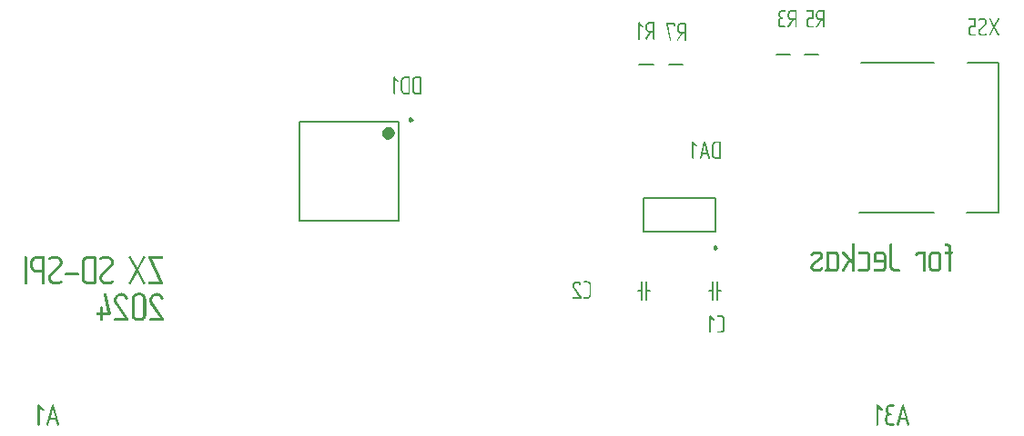
<source format=gbo>
G04 Layer_Color=32896*
%FSAX24Y24*%
%MOIN*%
G70*
G01*
G75*
%ADD17C,0.0098*%
%ADD39C,0.0079*%
%ADD40C,0.0059*%
%ADD70C,0.0236*%
G36*
X051358Y019160D02*
X051366Y019156D01*
X051371Y019151D01*
X051377Y019145D01*
X051380Y019139D01*
X051382Y019135D01*
X051385Y019130D01*
Y019129D01*
X051574Y018432D01*
X051575Y018425D01*
X051573Y018413D01*
X051569Y018403D01*
X051566Y018398D01*
X051564Y018396D01*
X051554Y018390D01*
X051545Y018387D01*
X051539Y018386D01*
X051537D01*
X051527Y018387D01*
X051519Y018390D01*
X051515Y018392D01*
X051512Y018393D01*
X051506Y018400D01*
X051502Y018408D01*
X051499Y018414D01*
Y018415D01*
Y018416D01*
X051449Y018601D01*
X051247D01*
X051196Y018410D01*
X051192Y018402D01*
X051188Y018397D01*
X051184Y018393D01*
X051182Y018392D01*
X051175Y018389D01*
X051168Y018387D01*
X051163Y018386D01*
X051161D01*
X051150Y018387D01*
X051141Y018391D01*
X051135Y018395D01*
X051133Y018396D01*
X051129Y018401D01*
X051127Y018405D01*
X051122Y018414D01*
X051121Y018421D01*
Y018422D01*
Y018423D01*
X051122Y018432D01*
X051311Y019129D01*
X051316Y019140D01*
X051321Y019148D01*
X051327Y019153D01*
X051333Y019156D01*
X051339Y019160D01*
X051344Y019161D01*
X051349D01*
X051358Y019160D01*
D02*
G37*
G36*
X048465Y033637D02*
X048473Y033633D01*
X048479Y033628D01*
X048483Y033622D01*
X048484Y033616D01*
X048485Y033611D01*
X048486Y033607D01*
Y033606D01*
Y033022D01*
X048485Y033016D01*
X048484Y033011D01*
X048481Y033003D01*
X048477Y032998D01*
X048475Y032996D01*
X048466Y032993D01*
X048460Y032992D01*
X048456Y032991D01*
X048455D01*
X048446Y032992D01*
X048438Y032995D01*
X048433Y032998D01*
X048432Y032999D01*
X048426Y033006D01*
X048423Y033013D01*
X048422Y033019D01*
Y033021D01*
Y033022D01*
Y033260D01*
X048361D01*
X048213Y033007D01*
X048208Y033001D01*
X048205Y032997D01*
X048202Y032994D01*
X048201Y032993D01*
X048196Y032992D01*
X048190Y032991D01*
X048186D01*
X048176Y032992D01*
X048169Y032994D01*
X048165Y032997D01*
X048163Y032998D01*
X048159Y033003D01*
X048156Y033006D01*
X048153Y033013D01*
X048152Y033019D01*
Y033020D01*
Y033021D01*
X048153Y033027D01*
X048154Y033032D01*
X048155Y033034D01*
X048156Y033035D01*
X048293Y033260D01*
X048298D01*
X048287Y033261D01*
X048276Y033262D01*
X048256Y033267D01*
X048238Y033274D01*
X048223Y033281D01*
X048211Y033289D01*
X048202Y033296D01*
X048199Y033299D01*
X048197Y033300D01*
X048196Y033302D01*
X048195D01*
X048187Y033310D01*
X048180Y033319D01*
X048170Y033336D01*
X048162Y033352D01*
X048157Y033369D01*
X048154Y033382D01*
X048153Y033389D01*
Y033393D01*
X048152Y033398D01*
Y033401D01*
Y033402D01*
Y033403D01*
Y033494D01*
X048153Y033505D01*
X048154Y033515D01*
X048158Y033535D01*
X048166Y033552D01*
X048174Y033566D01*
X048182Y033578D01*
X048188Y033587D01*
X048194Y033593D01*
X048195Y033594D01*
X048196Y033595D01*
X048204Y033602D01*
X048212Y033609D01*
X048229Y033619D01*
X048247Y033628D01*
X048263Y033632D01*
X048277Y033636D01*
X048282Y033637D01*
X048288D01*
X048292Y033638D01*
X048455D01*
X048465Y033637D01*
D02*
G37*
G36*
X050413Y019160D02*
X050421Y019156D01*
X050426Y019153D01*
X050428Y019151D01*
X050590Y018988D01*
X050593Y018982D01*
X050595Y018976D01*
X050599Y018968D01*
X050600Y018964D01*
Y018963D01*
X050598Y018952D01*
X050594Y018943D01*
X050591Y018938D01*
X050589Y018936D01*
X050580Y018929D01*
X050571Y018926D01*
X050564Y018925D01*
X050562D01*
X050551Y018927D01*
X050543Y018930D01*
X050538Y018933D01*
X050535Y018936D01*
X050438Y019048D01*
Y018423D01*
X050437Y018416D01*
X050436Y018410D01*
X050432Y018400D01*
X050427Y018395D01*
X050425Y018392D01*
X050414Y018389D01*
X050406Y018387D01*
X050402Y018386D01*
X050401D01*
X050390Y018387D01*
X050380Y018391D01*
X050375Y018395D01*
X050373Y018396D01*
X050366Y018404D01*
X050363Y018413D01*
X050362Y018420D01*
Y018422D01*
Y018423D01*
Y019125D01*
Y019130D01*
X050364Y019136D01*
X050367Y019144D01*
X050371Y019149D01*
X050373Y019151D01*
X050374D01*
X050383Y019157D01*
X050392Y019161D01*
X050399Y019162D01*
X050402D01*
X050413Y019160D01*
D02*
G37*
G36*
X047022Y033639D02*
X047028Y033638D01*
X047035Y033634D01*
X047039Y033629D01*
X047040Y033628D01*
Y033628D01*
X047045Y033619D01*
X047047Y033614D01*
X047048Y033609D01*
Y033608D01*
X047047Y033599D01*
X047043Y033592D01*
X047040Y033587D01*
X047040Y033587D01*
Y033586D01*
X047032Y033581D01*
X047025Y033578D01*
X047019Y033577D01*
X046927D01*
X046914Y033577D01*
X046903Y033574D01*
X046893Y033570D01*
X046885Y033566D01*
X046878Y033561D01*
X046873Y033557D01*
X046870Y033555D01*
X046869Y033554D01*
X046861Y033545D01*
X046856Y033535D01*
X046851Y033525D01*
X046848Y033516D01*
X046846Y033508D01*
X046846Y033502D01*
Y033498D01*
Y033496D01*
Y033452D01*
X046846Y033440D01*
X046849Y033429D01*
X046853Y033419D01*
X046857Y033411D01*
X046862Y033403D01*
X046866Y033399D01*
X046868Y033395D01*
X046869Y033394D01*
X046878Y033387D01*
X046888Y033382D01*
X046897Y033377D01*
X046907Y033374D01*
X046915Y033372D01*
X046921Y033372D01*
X046927D01*
X046932Y033371D01*
X046938Y033370D01*
X046945Y033365D01*
X046948Y033361D01*
X046950Y033360D01*
Y033359D01*
X046955Y033351D01*
X046957Y033345D01*
X046958Y033341D01*
Y033340D01*
X046957Y033331D01*
X046953Y033323D01*
X046950Y033319D01*
X046949Y033318D01*
Y033317D01*
X046942Y033312D01*
X046935Y033310D01*
X046929Y033309D01*
X046904D01*
X046891Y033308D01*
X046880Y033305D01*
X046870Y033300D01*
X046862Y033297D01*
X046856Y033292D01*
X046850Y033288D01*
X046847Y033285D01*
X046846Y033284D01*
X046838Y033275D01*
X046833Y033265D01*
X046828Y033256D01*
X046825Y033247D01*
X046824Y033239D01*
X046823Y033233D01*
Y033229D01*
Y033228D01*
Y033137D01*
X046824Y033125D01*
X046826Y033114D01*
X046830Y033104D01*
X046835Y033096D01*
X046839Y033088D01*
X046843Y033084D01*
X046846Y033080D01*
X046846Y033079D01*
X046856Y033072D01*
X046866Y033066D01*
X046875Y033062D01*
X046884Y033059D01*
X046892Y033057D01*
X046898Y033056D01*
X047017D01*
X047022Y033055D01*
X047028Y033054D01*
X047035Y033050D01*
X047039Y033045D01*
X047040Y033044D01*
Y033044D01*
X047045Y033035D01*
X047047Y033030D01*
X047048Y033025D01*
Y033024D01*
X047047Y033015D01*
X047043Y033008D01*
X047040Y033003D01*
X047040Y033003D01*
Y033002D01*
X047032Y032997D01*
X047025Y032994D01*
X047020Y032993D01*
X046904D01*
X046893Y032994D01*
X046882Y032995D01*
X046863Y033000D01*
X046846Y033007D01*
X046830Y033014D01*
X046818Y033022D01*
X046809Y033029D01*
X046806Y033032D01*
X046804Y033034D01*
X046803Y033035D01*
X046802D01*
X046795Y033044D01*
X046787Y033052D01*
X046777Y033069D01*
X046769Y033086D01*
X046764Y033102D01*
X046761Y033116D01*
X046760Y033122D01*
Y033127D01*
X046759Y033132D01*
Y033135D01*
Y033136D01*
Y033137D01*
Y033227D01*
X046760Y033241D01*
X046763Y033256D01*
X046766Y033269D01*
X046770Y033280D01*
X046774Y033289D01*
X046778Y033296D01*
X046781Y033300D01*
X046782Y033302D01*
X046790Y033315D01*
X046799Y033325D01*
X046807Y033333D01*
X046815Y033340D01*
X046821Y033343D01*
X046826Y033347D01*
X046830Y033348D01*
X046831Y033349D01*
X046823Y033355D01*
X046815Y033362D01*
X046810Y033369D01*
X046805Y033375D01*
X046801Y033381D01*
X046798Y033385D01*
X046796Y033389D01*
X046795Y033390D01*
X046790Y033400D01*
X046787Y033409D01*
X046786Y033413D01*
X046785Y033415D01*
Y033416D01*
Y033417D01*
X046782Y033427D01*
Y033437D01*
Y033452D01*
Y033496D01*
Y033507D01*
X046784Y033518D01*
X046788Y033537D01*
X046795Y033555D01*
X046803Y033570D01*
X046810Y033582D01*
X046817Y033591D01*
X046820Y033594D01*
X046822Y033597D01*
X046823Y033597D01*
X046824Y033598D01*
X046832Y033606D01*
X046840Y033612D01*
X046857Y033623D01*
X046875Y033630D01*
X046891Y033635D01*
X046905Y033638D01*
X046911Y033639D01*
X046917D01*
X046920Y033640D01*
X047017D01*
X047022Y033639D01*
D02*
G37*
G36*
X032726Y031192D02*
X032732Y031189D01*
X032737Y031186D01*
X032738Y031184D01*
X032873Y031049D01*
X032876Y031043D01*
X032878Y031039D01*
X032881Y031032D01*
X032881Y031029D01*
Y031028D01*
X032880Y031019D01*
X032877Y031011D01*
X032874Y031007D01*
X032872Y031005D01*
X032865Y031000D01*
X032858Y030997D01*
X032851Y030996D01*
X032850D01*
X032840Y030998D01*
X032834Y031000D01*
X032830Y031003D01*
X032828Y031005D01*
X032747Y031099D01*
Y030578D01*
X032746Y030572D01*
X032745Y030567D01*
X032741Y030559D01*
X032738Y030554D01*
X032736Y030552D01*
X032727Y030549D01*
X032720Y030548D01*
X032717Y030547D01*
X032716D01*
X032707Y030548D01*
X032698Y030551D01*
X032694Y030554D01*
X032692Y030555D01*
X032686Y030562D01*
X032684Y030570D01*
X032683Y030575D01*
Y030577D01*
Y030578D01*
Y031163D01*
Y031167D01*
X032685Y031172D01*
X032687Y031179D01*
X032691Y031183D01*
X032692Y031184D01*
X032693D01*
X032701Y031190D01*
X032708Y031193D01*
X032714Y031194D01*
X032717D01*
X032726Y031192D01*
D02*
G37*
G36*
X051003Y019161D02*
X051010Y019160D01*
X051018Y019154D01*
X051023Y019149D01*
X051025Y019148D01*
Y019147D01*
X051030Y019137D01*
X051033Y019130D01*
X051034Y019125D01*
Y019124D01*
X051033Y019113D01*
X051028Y019104D01*
X051025Y019098D01*
X051024Y019097D01*
Y019096D01*
X051015Y019091D01*
X051006Y019088D01*
X050999Y019086D01*
X050888D01*
X050873Y019085D01*
X050860Y019082D01*
X050848Y019078D01*
X050838Y019072D01*
X050830Y019067D01*
X050824Y019062D01*
X050821Y019059D01*
X050820Y019058D01*
X050810Y019047D01*
X050803Y019035D01*
X050798Y019024D01*
X050794Y019013D01*
X050792Y019003D01*
X050791Y018996D01*
Y018991D01*
Y018989D01*
Y018936D01*
X050792Y018921D01*
X050795Y018908D01*
X050800Y018896D01*
X050805Y018886D01*
X050811Y018878D01*
X050815Y018872D01*
X050818Y018868D01*
X050820Y018867D01*
X050830Y018858D01*
X050842Y018851D01*
X050853Y018846D01*
X050864Y018843D01*
X050874Y018841D01*
X050882Y018839D01*
X050888D01*
X050895Y018838D01*
X050902Y018837D01*
X050910Y018832D01*
X050915Y018826D01*
X050917Y018825D01*
Y018824D01*
X050922Y018814D01*
X050924Y018808D01*
X050926Y018802D01*
Y018801D01*
X050924Y018790D01*
X050920Y018781D01*
X050917Y018776D01*
X050916Y018775D01*
Y018774D01*
X050907Y018768D01*
X050898Y018765D01*
X050892Y018764D01*
X050861D01*
X050846Y018763D01*
X050833Y018760D01*
X050821Y018754D01*
X050811Y018750D01*
X050803Y018744D01*
X050797Y018739D01*
X050793Y018736D01*
X050792Y018734D01*
X050782Y018724D01*
X050776Y018712D01*
X050770Y018701D01*
X050767Y018690D01*
X050765Y018681D01*
X050764Y018673D01*
Y018669D01*
Y018667D01*
Y018559D01*
X050765Y018543D01*
X050768Y018530D01*
X050773Y018518D01*
X050778Y018508D01*
X050783Y018499D01*
X050788Y018494D01*
X050791Y018490D01*
X050792Y018489D01*
X050803Y018480D01*
X050815Y018473D01*
X050826Y018468D01*
X050837Y018465D01*
X050847Y018462D01*
X050855Y018461D01*
X050997D01*
X051003Y018460D01*
X051010Y018459D01*
X051018Y018454D01*
X051023Y018448D01*
X051025Y018447D01*
Y018446D01*
X051030Y018436D01*
X051033Y018430D01*
X051034Y018424D01*
Y018423D01*
X051033Y018412D01*
X051028Y018403D01*
X051025Y018398D01*
X051024Y018397D01*
Y018396D01*
X051015Y018390D01*
X051006Y018387D01*
X051000Y018386D01*
X050861D01*
X050848Y018387D01*
X050835Y018388D01*
X050812Y018393D01*
X050791Y018402D01*
X050773Y018411D01*
X050758Y018420D01*
X050747Y018428D01*
X050744Y018432D01*
X050741Y018434D01*
X050740Y018436D01*
X050739D01*
X050730Y018446D01*
X050721Y018456D01*
X050709Y018477D01*
X050699Y018497D01*
X050694Y018516D01*
X050689Y018533D01*
X050688Y018540D01*
Y018547D01*
X050687Y018552D01*
Y018555D01*
Y018557D01*
Y018559D01*
Y018666D01*
X050688Y018683D01*
X050692Y018701D01*
X050696Y018716D01*
X050700Y018729D01*
X050706Y018740D01*
X050710Y018749D01*
X050714Y018754D01*
X050715Y018756D01*
X050724Y018772D01*
X050735Y018784D01*
X050745Y018794D01*
X050754Y018801D01*
X050762Y018806D01*
X050768Y018810D01*
X050773Y018811D01*
X050774Y018812D01*
X050764Y018820D01*
X050755Y018827D01*
X050749Y018836D01*
X050742Y018844D01*
X050738Y018850D01*
X050734Y018856D01*
X050732Y018860D01*
X050731Y018861D01*
X050724Y018873D01*
X050721Y018884D01*
X050720Y018889D01*
X050719Y018892D01*
Y018893D01*
Y018894D01*
X050715Y018906D01*
Y018918D01*
Y018936D01*
Y018989D01*
Y019002D01*
X050717Y019015D01*
X050722Y019038D01*
X050731Y019059D01*
X050740Y019078D01*
X050749Y019092D01*
X050757Y019103D01*
X050761Y019106D01*
X050763Y019109D01*
X050764Y019110D01*
X050765Y019112D01*
X050775Y019120D01*
X050785Y019128D01*
X050805Y019141D01*
X050826Y019150D01*
X050846Y019155D01*
X050862Y019160D01*
X050870Y019161D01*
X050876D01*
X050881Y019162D01*
X050997D01*
X051003Y019161D01*
D02*
G37*
G36*
X019232Y024605D02*
X019243Y024599D01*
X019250Y024593D01*
X019253Y024592D01*
Y024591D01*
X019262Y024579D01*
X019266Y024567D01*
X019267Y024560D01*
Y024558D01*
Y024557D01*
Y023622D01*
X019266Y023614D01*
X019265Y023605D01*
X019259Y023592D01*
X019253Y023584D01*
X019250Y023582D01*
X019235Y023577D01*
X019225Y023574D01*
X019219Y023573D01*
X019218D01*
X019203Y023574D01*
X019190Y023580D01*
X019183Y023584D01*
X019180Y023586D01*
X019171Y023598D01*
X019167Y023609D01*
X019165Y023618D01*
Y023621D01*
Y023622D01*
Y024557D01*
Y024566D01*
X019168Y024573D01*
X019174Y024585D01*
X019180Y024591D01*
X019181Y024593D01*
X019183D01*
X019195Y024602D01*
X019206Y024607D01*
X019215Y024608D01*
X019225D01*
X019232Y024605D01*
D02*
G37*
G36*
X019883Y024607D02*
X019896Y024601D01*
X019905Y024592D01*
X019910Y024583D01*
X019913Y024573D01*
X019915Y024566D01*
X019916Y024560D01*
Y024557D01*
Y023622D01*
X019915Y023614D01*
X019913Y023605D01*
X019907Y023592D01*
X019902Y023584D01*
X019899Y023582D01*
X019884Y023577D01*
X019874Y023574D01*
X019868Y023573D01*
X019867D01*
X019852Y023574D01*
X019839Y023580D01*
X019832Y023584D01*
X019829Y023586D01*
X019820Y023598D01*
X019816Y023609D01*
X019814Y023618D01*
Y023621D01*
Y023622D01*
Y024004D01*
X019614D01*
X019597Y024006D01*
X019579Y024007D01*
X019547Y024015D01*
X019520Y024026D01*
X019495Y024038D01*
X019476Y024050D01*
X019461Y024061D01*
X019457Y024066D01*
X019453Y024069D01*
X019451Y024071D01*
X019450D01*
X019438Y024085D01*
X019426Y024098D01*
X019410Y024125D01*
X019397Y024152D01*
X019390Y024178D01*
X019384Y024200D01*
X019383Y024210D01*
Y024217D01*
X019381Y024225D01*
Y024229D01*
Y024232D01*
Y024233D01*
Y024378D01*
Y024400D01*
X019386Y024426D01*
X019397Y024467D01*
X019404Y024481D01*
X019412Y024496D01*
X019421Y024507D01*
X019429Y024519D01*
X019437Y024528D01*
X019442Y024535D01*
X019447Y024539D01*
X019448Y024541D01*
X019461Y024553D01*
X019476Y024563D01*
X019504Y024580D01*
X019531Y024592D01*
X019556Y024599D01*
X019579Y024605D01*
X019588Y024607D01*
X019597D01*
X019604Y024608D01*
X019867D01*
X019883Y024607D01*
D02*
G37*
G36*
X020370Y024605D02*
X020402Y024598D01*
X020428Y024586D01*
X020450Y024574D01*
X020467Y024563D01*
X020480Y024551D01*
X020488Y024544D01*
X020491Y024542D01*
Y024541D01*
X020504Y024528D01*
X020515Y024513D01*
X020526Y024499D01*
X020533Y024486D01*
X020548Y024458D01*
X020556Y024433D01*
X020561Y024411D01*
X020562Y024401D01*
X020564Y024394D01*
X020565Y024386D01*
Y024382D01*
Y024379D01*
Y024378D01*
X020564Y024360D01*
X020562Y024344D01*
X020559Y024330D01*
X020556Y024316D01*
X020553Y024306D01*
X020552Y024297D01*
X020549Y024292D01*
Y024290D01*
X020540Y024273D01*
X020530Y024258D01*
X020521Y024245D01*
X020514Y024233D01*
X020508Y024226D01*
X020502Y024219D01*
X020499Y024216D01*
X020498Y024214D01*
X020177Y023894D01*
X020164Y023876D01*
X020154Y023862D01*
X020151Y023856D01*
X020150Y023851D01*
X020148Y023848D01*
Y023847D01*
X020145Y023840D01*
X020144Y023837D01*
Y023835D01*
X020141Y023828D01*
Y023827D01*
Y023825D01*
X020138Y023802D01*
X020139Y023783D01*
X020144Y023767D01*
X020151Y023751D01*
X020157Y023738D01*
X020164Y023726D01*
X020171Y023719D01*
X020176Y023713D01*
X020177Y023711D01*
X020192Y023698D01*
X020208Y023689D01*
X020224Y023682D01*
X020238Y023678D01*
X020250Y023675D01*
X020260Y023673D01*
X020374D01*
X020396Y023675D01*
X020418Y023679D01*
X020438Y023685D01*
X020456Y023692D01*
X020470Y023698D01*
X020480Y023704D01*
X020488Y023708D01*
X020491Y023710D01*
X020515Y023719D01*
X020523Y023717D01*
X020530Y023716D01*
X020542Y023710D01*
X020549Y023703D01*
X020552Y023701D01*
Y023700D01*
X020559Y023687D01*
X020564Y023676D01*
X020565Y023668D01*
Y023666D01*
Y023665D01*
X020561Y023644D01*
X020545Y023627D01*
X020515Y023609D01*
X020485Y023596D01*
X020456Y023586D01*
X020429Y023580D01*
X020406Y023576D01*
X020397Y023574D01*
X020389D01*
X020381Y023573D01*
X020268D01*
X020249Y023574D01*
X020231Y023576D01*
X020201Y023583D01*
X020173Y023593D01*
X020151Y023606D01*
X020133Y023618D01*
X020120Y023628D01*
X020113Y023636D01*
X020110Y023638D01*
X020097Y023652D01*
X020085Y023666D01*
X020075Y023681D01*
X020066Y023694D01*
X020053Y023722D01*
X020045Y023746D01*
X020040Y023770D01*
X020039Y023778D01*
X020037Y023786D01*
X020036Y023793D01*
Y023797D01*
Y023800D01*
Y023802D01*
Y023824D01*
X020039Y023841D01*
X020047Y023872D01*
X020053Y023888D01*
X020061Y023902D01*
X020068Y023915D01*
X020075Y023927D01*
X020082Y023937D01*
X020090Y023945D01*
X020096Y023950D01*
X020098Y023953D01*
X020100Y023955D01*
X020425Y024286D01*
X020440Y024303D01*
X020448Y024316D01*
X020454Y024325D01*
X020456Y024327D01*
Y024328D01*
X020459Y024338D01*
X020462Y024351D01*
X020463Y024375D01*
X020462Y024395D01*
X020457Y024413D01*
X020451Y024429D01*
X020445Y024442D01*
X020440Y024453D01*
X020434Y024461D01*
X020429Y024467D01*
X020428Y024468D01*
X020413Y024481D01*
X020399Y024491D01*
X020383Y024497D01*
X020368Y024503D01*
X020355Y024506D01*
X020345Y024507D01*
X020230D01*
X020206Y024506D01*
X020185Y024502D01*
X020164Y024496D01*
X020147Y024488D01*
X020132Y024481D01*
X020120Y024475D01*
X020115Y024471D01*
X020112Y024469D01*
X020087Y024461D01*
X020078Y024462D01*
X020071Y024464D01*
X020058Y024469D01*
X020050Y024474D01*
X020047Y024477D01*
X020042Y024484D01*
X020039Y024490D01*
X020033Y024503D01*
X020031Y024512D01*
Y024513D01*
Y024515D01*
X020034Y024526D01*
X020039Y024535D01*
X020042Y024541D01*
X020043Y024542D01*
X020047Y024548D01*
X020052Y024553D01*
X020055Y024554D01*
X020056Y024556D01*
X020085Y024572D01*
X020100Y024579D01*
X020113Y024583D01*
X020125Y024588D01*
X020133Y024591D01*
X020139Y024593D01*
X020142D01*
X020160Y024598D01*
X020176Y024602D01*
X020190Y024605D01*
X020203Y024607D01*
X020215Y024608D01*
X020354D01*
X020370Y024605D01*
D02*
G37*
G36*
X020217Y019160D02*
X020224Y019156D01*
X020230Y019151D01*
X020235Y019145D01*
X020239Y019139D01*
X020241Y019135D01*
X020243Y019130D01*
Y019129D01*
X020432Y018432D01*
X020433Y018425D01*
X020431Y018413D01*
X020428Y018403D01*
X020424Y018398D01*
X020422Y018396D01*
X020412Y018390D01*
X020404Y018387D01*
X020397Y018386D01*
X020395D01*
X020385Y018387D01*
X020377Y018390D01*
X020373Y018392D01*
X020371Y018393D01*
X020364Y018400D01*
X020360Y018408D01*
X020358Y018414D01*
Y018415D01*
Y018416D01*
X020307Y018601D01*
X020105D01*
X020054Y018410D01*
X020051Y018402D01*
X020046Y018397D01*
X020042Y018393D01*
X020041Y018392D01*
X020033Y018389D01*
X020026Y018387D01*
X020021Y018386D01*
X020019D01*
X020008Y018387D01*
X019999Y018391D01*
X019994Y018395D01*
X019992Y018396D01*
X019987Y018401D01*
X019985Y018405D01*
X019981Y018414D01*
X019979Y018421D01*
Y018422D01*
Y018423D01*
X019981Y018432D01*
X020170Y019129D01*
X020174Y019140D01*
X020179Y019148D01*
X020185Y019153D01*
X020192Y019156D01*
X020197Y019160D01*
X020202Y019161D01*
X020207D01*
X020217Y019160D01*
D02*
G37*
G36*
X048060Y033637D02*
X048068Y033633D01*
X048074Y033628D01*
X048077Y033622D01*
X048079Y033616D01*
X048080Y033611D01*
X048081Y033607D01*
Y033606D01*
Y033335D01*
X048080Y033325D01*
X048076Y033317D01*
X048071Y033311D01*
X048065Y033308D01*
X048060Y033306D01*
X048054Y033305D01*
X048051Y033304D01*
X047937D01*
X047925Y033303D01*
X047914Y033300D01*
X047904Y033297D01*
X047896Y033292D01*
X047889Y033288D01*
X047884Y033284D01*
X047880Y033281D01*
X047879Y033280D01*
X047871Y033271D01*
X047866Y033261D01*
X047861Y033252D01*
X047859Y033243D01*
X047857Y033236D01*
X047856Y033229D01*
Y033226D01*
Y033224D01*
Y033134D01*
X047857Y033122D01*
X047859Y033111D01*
X047863Y033101D01*
X047868Y033093D01*
X047872Y033085D01*
X047876Y033081D01*
X047879Y033077D01*
X047879Y033076D01*
X047889Y033069D01*
X047899Y033064D01*
X047908Y033059D01*
X047917Y033056D01*
X047925Y033054D01*
X047931Y033054D01*
X048050D01*
X048055Y033053D01*
X048061Y033052D01*
X048068Y033047D01*
X048072Y033043D01*
X048074Y033042D01*
Y033041D01*
X048078Y033033D01*
X048080Y033027D01*
X048081Y033023D01*
Y033022D01*
X048080Y033013D01*
X048076Y033005D01*
X048074Y033001D01*
X048073Y033000D01*
Y032999D01*
X048065Y032994D01*
X048058Y032992D01*
X048053Y032991D01*
X047937D01*
X047926Y032992D01*
X047915Y032993D01*
X047896Y032997D01*
X047879Y033004D01*
X047863Y033012D01*
X047851Y033019D01*
X047842Y033026D01*
X047839Y033029D01*
X047837Y033031D01*
X047836Y033033D01*
X047835D01*
X047828Y033041D01*
X047820Y033049D01*
X047810Y033066D01*
X047802Y033084D01*
X047797Y033099D01*
X047794Y033113D01*
X047793Y033119D01*
Y033124D01*
X047792Y033128D01*
Y033131D01*
Y033133D01*
Y033134D01*
Y033223D01*
Y033234D01*
X047794Y033244D01*
X047798Y033264D01*
X047806Y033281D01*
X047813Y033296D01*
X047821Y033308D01*
X047828Y033317D01*
X047833Y033322D01*
X047834Y033323D01*
X047835Y033324D01*
X047843Y033331D01*
X047851Y033339D01*
X047869Y033349D01*
X047886Y033357D01*
X047902Y033361D01*
X047916Y033365D01*
X047921Y033366D01*
X047927D01*
X047931Y033367D01*
X048017D01*
Y033575D01*
X047825D01*
X047819Y033576D01*
X047815Y033576D01*
X047808Y033580D01*
X047803Y033583D01*
X047801Y033585D01*
X047796Y033592D01*
X047793Y033599D01*
X047792Y033604D01*
Y033605D01*
Y033606D01*
Y033610D01*
X047794Y033614D01*
X047797Y033621D01*
X047801Y033626D01*
X047802Y033628D01*
X047803D01*
X047807Y033631D01*
X047810Y033633D01*
X047818Y033637D01*
X047823Y033638D01*
X048050D01*
X048060Y033637D01*
D02*
G37*
G36*
X019704Y019160D02*
X019712Y019156D01*
X019717Y019153D01*
X019719Y019151D01*
X019881Y018988D01*
X019884Y018982D01*
X019887Y018976D01*
X019890Y018968D01*
X019891Y018964D01*
Y018963D01*
X019889Y018952D01*
X019885Y018943D01*
X019882Y018938D01*
X019880Y018936D01*
X019871Y018929D01*
X019863Y018926D01*
X019855Y018925D01*
X019853D01*
X019842Y018927D01*
X019834Y018930D01*
X019829Y018933D01*
X019826Y018936D01*
X019729Y019048D01*
Y018423D01*
X019728Y018416D01*
X019727Y018410D01*
X019723Y018400D01*
X019718Y018395D01*
X019716Y018392D01*
X019705Y018389D01*
X019697Y018387D01*
X019693Y018386D01*
X019692D01*
X019681Y018387D01*
X019671Y018391D01*
X019666Y018395D01*
X019664Y018396D01*
X019657Y018404D01*
X019654Y018413D01*
X019653Y018420D01*
Y018422D01*
Y018423D01*
Y019125D01*
Y019130D01*
X019655Y019136D01*
X019658Y019144D01*
X019663Y019149D01*
X019664Y019151D01*
X019665D01*
X019675Y019157D01*
X019683Y019161D01*
X019690Y019162D01*
X019693D01*
X019704Y019160D01*
D02*
G37*
G36*
X044656Y028820D02*
X044664Y028817D01*
X044670Y028811D01*
X044673Y028806D01*
X044675Y028799D01*
X044676Y028795D01*
X044677Y028791D01*
Y028789D01*
Y028205D01*
X044676Y028195D01*
X044673Y028187D01*
X044667Y028182D01*
X044662Y028178D01*
X044656Y028176D01*
X044651Y028175D01*
X044647Y028174D01*
X044489D01*
X044478Y028175D01*
X044467Y028176D01*
X044447Y028181D01*
X044429Y028188D01*
X044414Y028195D01*
X044402Y028202D01*
X044393Y028210D01*
X044390Y028213D01*
X044387Y028214D01*
X044386Y028216D01*
X044386D01*
X044378Y028224D01*
X044371Y028233D01*
X044361Y028250D01*
X044353Y028267D01*
X044348Y028283D01*
X044345Y028296D01*
X044344Y028303D01*
Y028307D01*
X044343Y028312D01*
Y028315D01*
Y028316D01*
Y028317D01*
Y028677D01*
X044344Y028688D01*
X044345Y028698D01*
X044349Y028718D01*
X044356Y028735D01*
X044365Y028750D01*
X044373Y028762D01*
X044379Y028771D01*
X044385Y028776D01*
X044386Y028777D01*
X044386Y028778D01*
X044395Y028786D01*
X044403Y028793D01*
X044420Y028803D01*
X044437Y028811D01*
X044454Y028816D01*
X044468Y028819D01*
X044473Y028820D01*
X044478D01*
X044483Y028821D01*
X044646D01*
X044656Y028820D01*
D02*
G37*
G36*
X047432Y033639D02*
X047440Y033636D01*
X047446Y033630D01*
X047449Y033625D01*
X047451Y033618D01*
X047452Y033614D01*
X047453Y033610D01*
Y033608D01*
Y033024D01*
X047452Y033019D01*
X047451Y033014D01*
X047448Y033005D01*
X047444Y033001D01*
X047442Y032999D01*
X047433Y032996D01*
X047427Y032994D01*
X047423Y032993D01*
X047422D01*
X047413Y032994D01*
X047405Y032998D01*
X047400Y033001D01*
X047398Y033002D01*
X047393Y033009D01*
X047390Y033016D01*
X047389Y033022D01*
Y033024D01*
Y033024D01*
Y033263D01*
X047327D01*
X047180Y033010D01*
X047175Y033003D01*
X047172Y033000D01*
X047169Y032997D01*
X047168Y032996D01*
X047163Y032994D01*
X047157Y032993D01*
X047153D01*
X047143Y032994D01*
X047136Y032997D01*
X047132Y033000D01*
X047130Y033001D01*
X047126Y033005D01*
X047123Y033009D01*
X047120Y033016D01*
X047119Y033022D01*
Y033023D01*
Y033024D01*
X047120Y033030D01*
X047121Y033034D01*
X047122Y033037D01*
X047122Y033038D01*
X047260Y033263D01*
X047265D01*
X047254Y033264D01*
X047243Y033265D01*
X047223Y033270D01*
X047205Y033277D01*
X047190Y033284D01*
X047178Y033291D01*
X047169Y033299D01*
X047166Y033301D01*
X047163Y033303D01*
X047163Y033305D01*
X047162D01*
X047154Y033313D01*
X047147Y033321D01*
X047137Y033339D01*
X047129Y033355D01*
X047124Y033372D01*
X047121Y033385D01*
X047120Y033392D01*
Y033396D01*
X047119Y033401D01*
Y033403D01*
Y033405D01*
Y033406D01*
Y033496D01*
X047120Y033507D01*
X047121Y033517D01*
X047125Y033537D01*
X047132Y033555D01*
X047141Y033569D01*
X047149Y033581D01*
X047155Y033590D01*
X047161Y033596D01*
X047162Y033597D01*
X047163Y033597D01*
X047171Y033605D01*
X047179Y033612D01*
X047196Y033622D01*
X047214Y033630D01*
X047230Y033635D01*
X047244Y033638D01*
X047249Y033639D01*
X047255D01*
X047259Y033640D01*
X047422D01*
X047432Y033639D01*
D02*
G37*
G36*
X043665Y028819D02*
X043671Y028817D01*
X043676Y028814D01*
X043678Y028812D01*
X043813Y028676D01*
X043815Y028671D01*
X043817Y028666D01*
X043820Y028660D01*
X043821Y028656D01*
Y028655D01*
X043819Y028646D01*
X043816Y028639D01*
X043813Y028634D01*
X043812Y028632D01*
X043804Y028627D01*
X043797Y028624D01*
X043791Y028623D01*
X043789D01*
X043780Y028625D01*
X043773Y028628D01*
X043769Y028631D01*
X043767Y028632D01*
X043686Y028726D01*
Y028205D01*
X043685Y028200D01*
X043684Y028194D01*
X043680Y028186D01*
X043677Y028182D01*
X043675Y028180D01*
X043666Y028177D01*
X043660Y028175D01*
X043656Y028174D01*
X043655D01*
X043646Y028175D01*
X043638Y028179D01*
X043633Y028182D01*
X043631Y028182D01*
X043626Y028190D01*
X043623Y028197D01*
X043622Y028202D01*
Y028204D01*
Y028205D01*
Y028790D01*
Y028795D01*
X043624Y028799D01*
X043627Y028806D01*
X043630Y028810D01*
X043631Y028812D01*
X043632D01*
X043640Y028817D01*
X043648Y028820D01*
X043653Y028821D01*
X043656D01*
X043665Y028819D01*
D02*
G37*
G36*
X042223Y033195D02*
X042231Y033191D01*
X042237Y033186D01*
X042240Y033181D01*
X042242Y033174D01*
X042243Y033170D01*
X042244Y033166D01*
Y033164D01*
Y032580D01*
X042243Y032575D01*
X042242Y032569D01*
X042239Y032561D01*
X042235Y032557D01*
X042233Y032555D01*
X042224Y032552D01*
X042218Y032550D01*
X042214Y032549D01*
X042213D01*
X042204Y032550D01*
X042196Y032554D01*
X042191Y032557D01*
X042189Y032557D01*
X042184Y032565D01*
X042181Y032572D01*
X042180Y032577D01*
Y032579D01*
Y032580D01*
Y032819D01*
X042118D01*
X041971Y032566D01*
X041966Y032559D01*
X041963Y032556D01*
X041960Y032553D01*
X041959Y032552D01*
X041953Y032550D01*
X041948Y032549D01*
X041943D01*
X041934Y032550D01*
X041927Y032553D01*
X041923Y032556D01*
X041921Y032557D01*
X041917Y032561D01*
X041914Y032565D01*
X041911Y032572D01*
X041910Y032577D01*
Y032578D01*
Y032579D01*
X041911Y032586D01*
X041912Y032590D01*
X041912Y032593D01*
X041913Y032594D01*
X042051Y032819D01*
X042056D01*
X042045Y032820D01*
X042034Y032821D01*
X042014Y032825D01*
X041996Y032833D01*
X041981Y032840D01*
X041969Y032847D01*
X041960Y032854D01*
X041957Y032857D01*
X041954Y032859D01*
X041953Y032861D01*
X041953D01*
X041945Y032869D01*
X041938Y032877D01*
X041928Y032894D01*
X041920Y032911D01*
X041915Y032927D01*
X041912Y032941D01*
X041911Y032947D01*
Y032952D01*
X041910Y032956D01*
Y032959D01*
Y032961D01*
Y032962D01*
Y033052D01*
X041911Y033063D01*
X041912Y033073D01*
X041916Y033093D01*
X041923Y033110D01*
X041932Y033125D01*
X041940Y033137D01*
X041946Y033146D01*
X041952Y033151D01*
X041953Y033152D01*
X041953Y033153D01*
X041962Y033160D01*
X041970Y033168D01*
X041987Y033178D01*
X042004Y033186D01*
X042021Y033191D01*
X042035Y033194D01*
X042040Y033195D01*
X042045D01*
X042050Y033196D01*
X042213D01*
X042223Y033195D01*
D02*
G37*
G36*
X041682Y033194D02*
X041688Y033191D01*
X041693Y033189D01*
X041695Y033187D01*
X041830Y033051D01*
X041832Y033046D01*
X041834Y033041D01*
X041837Y033035D01*
X041838Y033031D01*
Y033030D01*
X041836Y033021D01*
X041833Y033014D01*
X041831Y033009D01*
X041829Y033007D01*
X041821Y033002D01*
X041814Y032999D01*
X041808Y032998D01*
X041806D01*
X041797Y033000D01*
X041790Y033003D01*
X041786Y033006D01*
X041784Y033007D01*
X041703Y033101D01*
Y032580D01*
X041702Y032575D01*
X041701Y032569D01*
X041697Y032561D01*
X041694Y032557D01*
X041692Y032555D01*
X041683Y032552D01*
X041677Y032550D01*
X041673Y032549D01*
X041672D01*
X041663Y032550D01*
X041655Y032554D01*
X041650Y032557D01*
X041648Y032557D01*
X041643Y032565D01*
X041640Y032572D01*
X041639Y032577D01*
Y032579D01*
Y032580D01*
Y033165D01*
Y033170D01*
X041641Y033174D01*
X041644Y033181D01*
X041647Y033185D01*
X041648Y033187D01*
X041649D01*
X041657Y033192D01*
X041665Y033195D01*
X041670Y033196D01*
X041673D01*
X041682Y033194D01*
D02*
G37*
G36*
X044092Y028819D02*
X044099Y028817D01*
X044103Y028812D01*
X044108Y028807D01*
X044110Y028802D01*
X044112Y028798D01*
X044114Y028795D01*
Y028794D01*
X044272Y028213D01*
X044273Y028207D01*
X044271Y028197D01*
X044268Y028189D01*
X044265Y028184D01*
X044263Y028182D01*
X044255Y028178D01*
X044248Y028175D01*
X044243Y028174D01*
X044241D01*
X044233Y028175D01*
X044226Y028178D01*
X044222Y028180D01*
X044221Y028181D01*
X044215Y028186D01*
X044212Y028192D01*
X044210Y028198D01*
Y028199D01*
Y028200D01*
X044168Y028354D01*
X043999D01*
X043956Y028194D01*
X043954Y028188D01*
X043950Y028183D01*
X043946Y028181D01*
X043946Y028180D01*
X043939Y028177D01*
X043934Y028175D01*
X043929Y028174D01*
X043927D01*
X043918Y028175D01*
X043911Y028179D01*
X043906Y028182D01*
X043905Y028182D01*
X043901Y028187D01*
X043899Y028191D01*
X043895Y028198D01*
X043895Y028203D01*
Y028204D01*
Y028205D01*
X043895Y028213D01*
X044053Y028794D01*
X044057Y028803D01*
X044061Y028809D01*
X044066Y028814D01*
X044071Y028817D01*
X044076Y028819D01*
X044080Y028820D01*
X044084D01*
X044092Y028819D01*
D02*
G37*
G36*
X044296Y022436D02*
X044302Y022434D01*
X044306Y022431D01*
X044308Y022429D01*
X044443Y022293D01*
X044446Y022288D01*
X044448Y022283D01*
X044450Y022277D01*
X044451Y022273D01*
Y022272D01*
X044450Y022263D01*
X044447Y022256D01*
X044444Y022251D01*
X044442Y022250D01*
X044435Y022244D01*
X044428Y022241D01*
X044421Y022240D01*
X044419D01*
X044410Y022242D01*
X044404Y022245D01*
X044399Y022248D01*
X044398Y022250D01*
X044317Y022343D01*
Y021822D01*
X044316Y021817D01*
X044315Y021811D01*
X044311Y021803D01*
X044307Y021799D01*
X044306Y021797D01*
X044296Y021794D01*
X044290Y021792D01*
X044286Y021791D01*
X044286D01*
X044276Y021792D01*
X044268Y021796D01*
X044264Y021799D01*
X044262Y021800D01*
X044256Y021807D01*
X044254Y021814D01*
X044253Y021820D01*
Y021821D01*
Y021822D01*
Y022407D01*
Y022412D01*
X044255Y022416D01*
X044257Y022424D01*
X044261Y022427D01*
X044262Y022429D01*
X044263D01*
X044271Y022434D01*
X044278Y022437D01*
X044284Y022438D01*
X044286D01*
X044296Y022436D01*
D02*
G37*
G36*
X033267Y031193D02*
X033275Y031189D01*
X033280Y031184D01*
X033284Y031178D01*
X033286Y031172D01*
X033287Y031167D01*
X033288Y031164D01*
Y031162D01*
Y030578D01*
X033287Y030568D01*
X033283Y030560D01*
X033278Y030554D01*
X033272Y030550D01*
X033267Y030549D01*
X033261Y030548D01*
X033258Y030547D01*
X033099D01*
X033088Y030548D01*
X033077Y030549D01*
X033057Y030553D01*
X033040Y030560D01*
X033024Y030568D01*
X033013Y030575D01*
X033004Y030582D01*
X033001Y030585D01*
X032998Y030587D01*
X032997Y030589D01*
X032996D01*
X032989Y030597D01*
X032982Y030605D01*
X032972Y030622D01*
X032963Y030640D01*
X032959Y030655D01*
X032955Y030669D01*
X032954Y030675D01*
Y030680D01*
X032953Y030684D01*
Y030687D01*
Y030689D01*
Y030690D01*
Y031050D01*
X032954Y031061D01*
X032955Y031071D01*
X032960Y031091D01*
X032967Y031108D01*
X032975Y031123D01*
X032983Y031134D01*
X032990Y031143D01*
X032995Y031149D01*
X032996Y031150D01*
X032997Y031151D01*
X033005Y031158D01*
X033014Y031165D01*
X033031Y031175D01*
X033048Y031184D01*
X033065Y031188D01*
X033078Y031192D01*
X033084Y031193D01*
X033089D01*
X033094Y031194D01*
X033257D01*
X033267Y031193D01*
D02*
G37*
G36*
X033672D02*
X033680Y031189D01*
X033686Y031184D01*
X033689Y031178D01*
X033691Y031172D01*
X033692Y031167D01*
X033693Y031164D01*
Y031162D01*
Y030578D01*
X033692Y030568D01*
X033689Y030560D01*
X033683Y030554D01*
X033678Y030550D01*
X033672Y030549D01*
X033667Y030548D01*
X033663Y030547D01*
X033505D01*
X033494Y030548D01*
X033483Y030549D01*
X033463Y030553D01*
X033445Y030560D01*
X033430Y030568D01*
X033418Y030575D01*
X033409Y030582D01*
X033406Y030585D01*
X033403Y030587D01*
X033403Y030589D01*
X033402D01*
X033394Y030597D01*
X033387Y030605D01*
X033377Y030622D01*
X033369Y030640D01*
X033364Y030655D01*
X033361Y030669D01*
X033360Y030675D01*
Y030680D01*
X033359Y030684D01*
Y030687D01*
Y030689D01*
Y030690D01*
Y031050D01*
X033360Y031061D01*
X033361Y031071D01*
X033365Y031091D01*
X033372Y031108D01*
X033381Y031123D01*
X033389Y031134D01*
X033395Y031143D01*
X033401Y031149D01*
X033402Y031150D01*
X033403Y031151D01*
X033411Y031158D01*
X033419Y031165D01*
X033436Y031175D01*
X033454Y031184D01*
X033470Y031188D01*
X033484Y031192D01*
X033489Y031193D01*
X033495D01*
X033499Y031194D01*
X033662D01*
X033672Y031193D01*
D02*
G37*
G36*
X039788Y023687D02*
X039799Y023686D01*
X039819Y023682D01*
X039837Y023674D01*
X039852Y023666D01*
X039864Y023658D01*
X039873Y023652D01*
X039876Y023648D01*
X039878Y023646D01*
X039879Y023645D01*
X039880Y023644D01*
X039888Y023636D01*
X039894Y023628D01*
X039904Y023611D01*
X039911Y023594D01*
X039916Y023578D01*
X039919Y023564D01*
X039920Y023559D01*
Y023554D01*
X039921Y023550D01*
Y023547D01*
Y023545D01*
Y023544D01*
Y023184D01*
X039920Y023173D01*
X039919Y023163D01*
X039914Y023143D01*
X039908Y023126D01*
X039899Y023111D01*
X039891Y023099D01*
X039884Y023090D01*
X039881Y023087D01*
X039879Y023084D01*
X039878Y023083D01*
X039878Y023082D01*
X039869Y023075D01*
X039860Y023069D01*
X039844Y023059D01*
X039827Y023051D01*
X039811Y023047D01*
X039797Y023043D01*
X039792Y023042D01*
X039786D01*
X039783Y023041D01*
X039665D01*
X039660Y023042D01*
X039655Y023043D01*
X039648Y023047D01*
X039643Y023050D01*
X039642Y023051D01*
X039636Y023059D01*
X039633Y023066D01*
X039632Y023070D01*
Y023071D01*
Y023072D01*
Y023077D01*
X039634Y023081D01*
X039637Y023088D01*
X039641Y023092D01*
X039642Y023094D01*
X039642D01*
X039646Y023098D01*
X039651Y023100D01*
X039658Y023103D01*
X039663Y023104D01*
X039777D01*
X039789Y023105D01*
X039800Y023108D01*
X039809Y023111D01*
X039817Y023116D01*
X039825Y023120D01*
X039829Y023123D01*
X039833Y023126D01*
X039834Y023127D01*
X039842Y023136D01*
X039847Y023146D01*
X039852Y023155D01*
X039855Y023164D01*
X039857Y023173D01*
X039857Y023179D01*
Y023183D01*
Y023184D01*
Y023544D01*
X039857Y023557D01*
X039854Y023568D01*
X039850Y023578D01*
X039846Y023586D01*
X039841Y023592D01*
X039837Y023598D01*
X039835Y023601D01*
X039834Y023602D01*
X039825Y023610D01*
X039815Y023615D01*
X039806Y023620D01*
X039796Y023623D01*
X039789Y023624D01*
X039783Y023625D01*
X039665D01*
X039660Y023626D01*
X039655Y023627D01*
X039648Y023631D01*
X039643Y023633D01*
X039642Y023635D01*
X039636Y023643D01*
X039633Y023650D01*
X039632Y023654D01*
Y023655D01*
Y023656D01*
Y023661D01*
X039634Y023664D01*
X039637Y023672D01*
X039641Y023676D01*
X039642Y023678D01*
X039642D01*
X039646Y023682D01*
X039651Y023684D01*
X039658Y023687D01*
X039663Y023688D01*
X039777D01*
X039788Y023687D01*
D02*
G37*
G36*
X039420D02*
X039437Y023684D01*
X039451Y023680D01*
X039464Y023675D01*
X039475Y023670D01*
X039483Y023666D01*
X039488Y023663D01*
X039489Y023662D01*
X039504Y023650D01*
X039517Y023636D01*
X039528Y023622D01*
X039536Y023607D01*
X039543Y023594D01*
X039548Y023584D01*
X039550Y023580D01*
X039550Y023577D01*
X039551Y023575D01*
Y023574D01*
X039553Y023566D01*
X039552Y023561D01*
X039551Y023556D01*
X039548Y023548D01*
X039545Y023543D01*
X039543Y023541D01*
X039535Y023537D01*
X039527Y023534D01*
X039524D01*
X039521Y023533D01*
X039519D01*
X039512Y023535D01*
X039508Y023537D01*
X039504Y023538D01*
X039503Y023539D01*
X039498Y023543D01*
X039494Y023549D01*
X039492Y023552D01*
X039491Y023554D01*
X039485Y023568D01*
X039479Y023579D01*
X039472Y023588D01*
X039466Y023595D01*
X039460Y023601D01*
X039456Y023605D01*
X039453Y023607D01*
X039452Y023608D01*
X039443Y023613D01*
X039434Y023617D01*
X039425Y023621D01*
X039417Y023623D01*
X039409Y023623D01*
X039404Y023624D01*
X039399D01*
X039385Y023623D01*
X039377Y023622D01*
X039372Y023621D01*
X039366Y023619D01*
X039363Y023617D01*
X039360Y023616D01*
X039359D01*
X039345Y023609D01*
X039338Y023605D01*
X039333Y023603D01*
X039329Y023599D01*
X039325Y023597D01*
X039324Y023595D01*
X039323Y023594D01*
X039312Y023583D01*
X039304Y023572D01*
X039297Y023560D01*
X039294Y023549D01*
X039291Y023539D01*
X039290Y023531D01*
X039289Y023526D01*
Y023525D01*
Y023524D01*
X039290Y023513D01*
X039292Y023503D01*
X039293Y023500D01*
X039294Y023497D01*
X039294Y023495D01*
Y023494D01*
X039301Y023480D01*
X039310Y023462D01*
X039556Y023089D01*
X039559Y023084D01*
X039560Y023080D01*
X039560Y023076D01*
Y023074D01*
X039559Y023065D01*
X039556Y023058D01*
X039553Y023053D01*
X039551Y023052D01*
Y023051D01*
X039547Y023048D01*
X039543Y023046D01*
X039536Y023042D01*
X039531Y023041D01*
X039261D01*
X039255Y023042D01*
X039250Y023043D01*
X039243Y023047D01*
X039238Y023050D01*
X039236Y023051D01*
X039232Y023059D01*
X039229Y023066D01*
X039228Y023070D01*
Y023071D01*
Y023072D01*
Y023077D01*
X039230Y023081D01*
X039233Y023088D01*
X039236Y023092D01*
X039237Y023094D01*
X039238D01*
X039242Y023098D01*
X039246Y023100D01*
X039253Y023103D01*
X039259Y023104D01*
X039477D01*
X039256Y023428D01*
X039250Y023438D01*
X039244Y023448D01*
X039240Y023456D01*
X039236Y023464D01*
X039234Y023470D01*
X039233Y023475D01*
X039231Y023478D01*
Y023479D01*
X039226Y023495D01*
X039225Y023503D01*
X039224Y023510D01*
X039223Y023516D01*
Y023521D01*
Y023523D01*
Y023524D01*
X039224Y023537D01*
X039226Y023548D01*
X039228Y023559D01*
X039232Y023569D01*
X039241Y023586D01*
X039250Y023601D01*
X039260Y023612D01*
X039269Y023619D01*
X039273Y023622D01*
X039274Y023623D01*
X039276Y023625D01*
X039277D01*
X039288Y023636D01*
X039299Y023646D01*
X039310Y023654D01*
X039321Y023662D01*
X039331Y023668D01*
X039342Y023673D01*
X039351Y023677D01*
X039361Y023680D01*
X039377Y023684D01*
X039385Y023686D01*
X039390Y023687D01*
X039396Y023688D01*
X039402D01*
X039420Y023687D01*
D02*
G37*
G36*
X044680Y022437D02*
X044691Y022436D01*
X044711Y022432D01*
X044728Y022424D01*
X044744Y022416D01*
X044756Y022408D01*
X044765Y022402D01*
X044767Y022398D01*
X044770Y022396D01*
X044771Y022395D01*
X044772Y022394D01*
X044779Y022386D01*
X044786Y022378D01*
X044796Y022361D01*
X044803Y022344D01*
X044808Y022328D01*
X044811Y022314D01*
X044812Y022309D01*
Y022304D01*
X044813Y022300D01*
Y022297D01*
Y022295D01*
Y022294D01*
Y021934D01*
X044812Y021923D01*
X044811Y021913D01*
X044806Y021893D01*
X044799Y021876D01*
X044791Y021861D01*
X044783Y021849D01*
X044776Y021840D01*
X044773Y021837D01*
X044771Y021834D01*
X044770Y021833D01*
X044769Y021832D01*
X044761Y021825D01*
X044752Y021819D01*
X044736Y021809D01*
X044718Y021801D01*
X044703Y021797D01*
X044689Y021793D01*
X044684Y021792D01*
X044678D01*
X044675Y021791D01*
X044557D01*
X044552Y021792D01*
X044547Y021793D01*
X044540Y021797D01*
X044535Y021800D01*
X044533Y021801D01*
X044528Y021809D01*
X044525Y021816D01*
X044524Y021820D01*
Y021821D01*
Y021822D01*
Y021827D01*
X044526Y021831D01*
X044529Y021838D01*
X044532Y021842D01*
X044533Y021844D01*
X044534D01*
X044538Y021848D01*
X044542Y021850D01*
X044550Y021853D01*
X044555Y021854D01*
X044669D01*
X044681Y021855D01*
X044692Y021858D01*
X044701Y021861D01*
X044709Y021866D01*
X044716Y021870D01*
X044721Y021873D01*
X044725Y021876D01*
X044726Y021877D01*
X044734Y021886D01*
X044739Y021896D01*
X044744Y021905D01*
X044746Y021914D01*
X044748Y021923D01*
X044749Y021929D01*
Y021933D01*
Y021934D01*
Y022294D01*
X044748Y022307D01*
X044746Y022318D01*
X044742Y022328D01*
X044737Y022336D01*
X044733Y022342D01*
X044729Y022348D01*
X044726Y022351D01*
X044726Y022352D01*
X044716Y022360D01*
X044706Y022365D01*
X044697Y022370D01*
X044688Y022373D01*
X044681Y022374D01*
X044675Y022375D01*
X044557D01*
X044552Y022376D01*
X044547Y022377D01*
X044540Y022381D01*
X044535Y022383D01*
X044533Y022385D01*
X044528Y022393D01*
X044525Y022400D01*
X044524Y022404D01*
Y022405D01*
Y022406D01*
Y022411D01*
X044526Y022414D01*
X044529Y022422D01*
X044532Y022426D01*
X044533Y022428D01*
X044534D01*
X044538Y022432D01*
X044542Y022434D01*
X044550Y022437D01*
X044555Y022438D01*
X044669D01*
X044680Y022437D01*
D02*
G37*
G36*
X050594Y024782D02*
X050616Y024776D01*
X050635Y024767D01*
X050652Y024759D01*
X050666Y024750D01*
X050674Y024741D01*
X050682Y024735D01*
X050683Y024734D01*
X050698Y024715D01*
X050708Y024696D01*
X050717Y024677D01*
X050721Y024661D01*
X050724Y024646D01*
X050725Y024635D01*
X050727Y024627D01*
Y024624D01*
Y024193D01*
X050725Y024170D01*
X050719Y024148D01*
X050712Y024127D01*
X050703Y024111D01*
X050696Y024098D01*
X050689Y024089D01*
X050683Y024082D01*
X050682Y024081D01*
X050664Y024066D01*
X050645Y024054D01*
X050626Y024047D01*
X050609Y024041D01*
X050593Y024038D01*
X050581Y024037D01*
X050572Y024035D01*
X050317D01*
X050308Y024037D01*
X050301Y024038D01*
X050289Y024044D01*
X050282Y024049D01*
X050279Y024051D01*
X050270Y024063D01*
X050266Y024075D01*
X050265Y024082D01*
Y024084D01*
Y024085D01*
Y024092D01*
X050268Y024098D01*
X050273Y024110D01*
X050279Y024117D01*
X050281Y024120D01*
X050282D01*
X050288Y024126D01*
X050294Y024129D01*
X050305Y024135D01*
X050314Y024136D01*
X050569D01*
X050578Y024137D01*
X050585Y024139D01*
X050597Y024145D01*
X050606Y024149D01*
X050607Y024152D01*
X050609D01*
X050615Y024158D01*
X050617Y024165D01*
X050623Y024178D01*
Y024184D01*
X050625Y024189D01*
Y024191D01*
Y024193D01*
Y024359D01*
X050319D01*
X050301Y024361D01*
X050288Y024366D01*
X050278Y024375D01*
X050272Y024384D01*
X050268Y024393D01*
X050266Y024401D01*
X050265Y024407D01*
Y024409D01*
Y024624D01*
X050266Y024648D01*
X050272Y024670D01*
X050279Y024689D01*
X050288Y024705D01*
X050297Y024719D01*
X050304Y024728D01*
X050310Y024735D01*
X050311Y024737D01*
X050330Y024753D01*
X050349Y024764D01*
X050368Y024772D01*
X050386Y024778D01*
X050402Y024780D01*
X050413Y024783D01*
X050569D01*
X050594Y024782D01*
D02*
G37*
G36*
X050908Y025068D02*
X050918Y025062D01*
X050925Y025056D01*
X050928Y025055D01*
Y025053D01*
X050937Y025041D01*
X050941Y025030D01*
X050943Y025022D01*
Y025021D01*
Y025020D01*
Y024264D01*
X050944Y024245D01*
X050948Y024228D01*
X050956Y024212D01*
X050962Y024199D01*
X050969Y024187D01*
X050976Y024180D01*
X050980Y024174D01*
X050982Y024172D01*
X050997Y024161D01*
X051013Y024152D01*
X051027Y024145D01*
X051042Y024140D01*
X051053Y024137D01*
X051064Y024136D01*
X051180D01*
X051189Y024135D01*
X051198Y024133D01*
X051209Y024126D01*
X051217Y024119D01*
X051220Y024117D01*
Y024116D01*
X051227Y024102D01*
X051230Y024094D01*
X051231Y024086D01*
Y024085D01*
X051230Y024070D01*
X051224Y024059D01*
X051220Y024051D01*
X051218Y024050D01*
Y024049D01*
X051206Y024041D01*
X051195Y024037D01*
X051185Y024035D01*
X051074D01*
X051056Y024037D01*
X051039Y024038D01*
X051007Y024046D01*
X050979Y024057D01*
X050954Y024069D01*
X050935Y024081D01*
X050921Y024092D01*
X050916Y024097D01*
X050912Y024100D01*
X050910Y024102D01*
X050909D01*
X050897Y024116D01*
X050886Y024129D01*
X050870Y024156D01*
X050857Y024183D01*
X050849Y024209D01*
X050843Y024231D01*
X050842Y024241D01*
Y024248D01*
X050841Y024256D01*
Y024260D01*
Y024263D01*
Y024264D01*
Y025020D01*
Y025028D01*
X050843Y025036D01*
X050849Y025047D01*
X050855Y025053D01*
X050857Y025056D01*
X050858D01*
X050870Y025065D01*
X050881Y025069D01*
X050890Y025071D01*
X050900D01*
X050908Y025068D01*
D02*
G37*
G36*
X052135Y024782D02*
X052148Y024776D01*
X052157Y024767D01*
X052163Y024759D01*
X052166Y024748D01*
X052167Y024741D01*
X052169Y024735D01*
Y024732D01*
Y024085D01*
X052167Y024076D01*
X052166Y024068D01*
X052160Y024056D01*
X052154Y024049D01*
X052151Y024046D01*
X052137Y024040D01*
X052126Y024037D01*
X052121Y024035D01*
X052119D01*
X052105Y024037D01*
X052091Y024043D01*
X052084Y024047D01*
X052081Y024049D01*
X052073Y024060D01*
X052068Y024072D01*
X052067Y024081D01*
Y024084D01*
Y024085D01*
Y024683D01*
X051940D01*
X051927Y024681D01*
X051915Y024677D01*
X051906Y024673D01*
X051905Y024671D01*
X051903D01*
X051892Y024661D01*
X051884Y024651D01*
X051882Y024642D01*
X051880Y024641D01*
Y024639D01*
X051873Y024629D01*
X051864Y024620D01*
X051857Y024614D01*
X051849Y024611D01*
X051842Y024608D01*
X051838Y024607D01*
X051833D01*
X051819Y024610D01*
X051807Y024614D01*
X051798Y024619D01*
X051797Y024622D01*
X051795D01*
X051787Y024633D01*
X051782Y024645D01*
X051781Y024654D01*
Y024655D01*
Y024657D01*
X051782Y024671D01*
X051790Y024689D01*
X051800Y024706D01*
X051810Y024719D01*
X051819Y024731D01*
X051829Y024741D01*
X051836Y024747D01*
X051842Y024751D01*
X051844Y024753D01*
X051860Y024763D01*
X051876Y024770D01*
X051892Y024776D01*
X051906Y024779D01*
X051919Y024782D01*
X051930Y024783D01*
X052119D01*
X052135Y024782D01*
D02*
G37*
G36*
X048273Y024780D02*
X048298Y024775D01*
X048318Y024766D01*
X048337Y024757D01*
X048352Y024747D01*
X048362Y024738D01*
X048368Y024732D01*
X048371Y024729D01*
X048385Y024710D01*
X048397Y024690D01*
X048404Y024671D01*
X048410Y024652D01*
X048413Y024636D01*
X048414Y024623D01*
X048416Y024614D01*
Y024613D01*
Y024611D01*
Y024601D01*
X048414Y024591D01*
X048413Y024582D01*
Y024581D01*
Y024579D01*
X048401Y024543D01*
X048394Y024530D01*
X048387Y024518D01*
X048379Y024508D01*
X048371Y024499D01*
X048365Y024492D01*
X048359Y024486D01*
X048355Y024483D01*
X048353Y024482D01*
X048078Y024257D01*
X048069Y024247D01*
X048063Y024237D01*
X048057Y024228D01*
X048054Y024221D01*
X048053Y024213D01*
X048051Y024209D01*
Y024206D01*
Y024205D01*
X048053Y024194D01*
X048054Y024186D01*
X048062Y024170D01*
X048066Y024164D01*
X048069Y024161D01*
X048070Y024158D01*
X048072Y024156D01*
X048079Y024149D01*
X048088Y024145D01*
X048102Y024139D01*
X048110Y024137D01*
X048116Y024136D01*
X048219D01*
X048242Y024137D01*
X048253Y024140D01*
X048261Y024142D01*
X048267Y024145D01*
X048273Y024146D01*
X048276Y024148D01*
X048277D01*
X048289Y024155D01*
X048299Y024164D01*
X048306Y024170D01*
X048314Y024175D01*
X048318Y024180D01*
X048321Y024184D01*
X048324Y024186D01*
Y024187D01*
X048331Y024196D01*
X048337Y024200D01*
X048341Y024203D01*
X048343D01*
X048350Y024206D01*
X048358Y024209D01*
X048365D01*
X048374Y024207D01*
X048381Y024206D01*
X048393Y024200D01*
X048400Y024193D01*
X048403Y024191D01*
Y024190D01*
X048410Y024177D01*
X048414Y024167D01*
X048416Y024159D01*
Y024156D01*
X048414Y024142D01*
X048407Y024127D01*
X048393Y024110D01*
X048378Y024097D01*
X048365Y024084D01*
X048352Y024075D01*
X048340Y024068D01*
X048331Y024062D01*
X048325Y024059D01*
X048324Y024057D01*
X048306Y024050D01*
X048288Y024044D01*
X048270Y024041D01*
X048254Y024038D01*
X048239Y024037D01*
X048229Y024035D01*
X048121D01*
X048094Y024038D01*
X048070Y024044D01*
X048048Y024051D01*
X048029Y024062D01*
X048015Y024072D01*
X048005Y024079D01*
X047999Y024085D01*
X047996Y024088D01*
X047980Y024107D01*
X047968Y024127D01*
X047961Y024148D01*
X047955Y024165D01*
X047952Y024181D01*
X047949Y024194D01*
Y024203D01*
Y024205D01*
Y024206D01*
Y024219D01*
X047952Y024232D01*
X047955Y024244D01*
X047958Y024254D01*
X047961Y024263D01*
X047964Y024270D01*
X047965Y024275D01*
X047967Y024276D01*
X047973Y024289D01*
X047978Y024299D01*
X047986Y024310D01*
X047993Y024318D01*
X047999Y024324D01*
X048005Y024328D01*
X048008Y024331D01*
X048009Y024333D01*
X048290Y024562D01*
X048298Y024571D01*
X048304Y024578D01*
X048308Y024587D01*
X048311Y024595D01*
X048312Y024603D01*
X048314Y024608D01*
Y024611D01*
Y024613D01*
X048312Y024623D01*
X048311Y024633D01*
X048305Y024649D01*
X048302Y024655D01*
X048299Y024659D01*
X048296Y024661D01*
Y024662D01*
X048289Y024670D01*
X048280Y024674D01*
X048264Y024680D01*
X048257Y024681D01*
X048251Y024683D01*
X048137D01*
X048129Y024681D01*
X048123Y024680D01*
X048120Y024678D01*
X048088Y024667D01*
X048069Y024655D01*
X048056Y024645D01*
X048047Y024636D01*
X048044Y024633D01*
Y024632D01*
X048040Y024626D01*
X048035Y024622D01*
X048034Y024620D01*
X048032Y024619D01*
X048027Y024614D01*
X048025Y024613D01*
X048024Y024611D01*
X048003Y024610D01*
X047987Y024613D01*
X047976Y024617D01*
X047967Y024622D01*
X047965Y024624D01*
X047964D01*
X047955Y024636D01*
X047951Y024648D01*
X047949Y024657D01*
Y024658D01*
Y024659D01*
Y024674D01*
X047958Y024689D01*
X047971Y024705D01*
X047986Y024719D01*
X048000Y024731D01*
X048013Y024741D01*
X048025Y024748D01*
X048034Y024754D01*
X048040Y024757D01*
X048043Y024759D01*
X048062Y024767D01*
X048079Y024773D01*
X048097Y024778D01*
X048113Y024780D01*
X048127Y024782D01*
X048137Y024783D01*
X048247D01*
X048273Y024780D01*
D02*
G37*
G36*
X048869Y024782D02*
X048891Y024776D01*
X048910Y024767D01*
X048928Y024759D01*
X048941Y024750D01*
X048949Y024741D01*
X048957Y024735D01*
X048958Y024734D01*
X048973Y024715D01*
X048983Y024696D01*
X048992Y024677D01*
X048996Y024661D01*
X048999Y024646D01*
X049001Y024635D01*
X049002Y024627D01*
Y024624D01*
Y024193D01*
X049001Y024170D01*
X048995Y024148D01*
X048987Y024127D01*
X048979Y024111D01*
X048971Y024098D01*
X048964Y024089D01*
X048958Y024082D01*
X048957Y024081D01*
X048939Y024066D01*
X048920Y024054D01*
X048901Y024047D01*
X048884Y024041D01*
X048868Y024038D01*
X048856Y024037D01*
X048847Y024035D01*
X048700D01*
X048674Y024037D01*
X048652Y024043D01*
X048635Y024050D01*
X048619Y024060D01*
X048607Y024069D01*
X048598Y024076D01*
X048594Y024082D01*
X048592Y024084D01*
X048588Y024076D01*
X048584Y024070D01*
X048578Y024062D01*
X048573Y024059D01*
X048572Y024057D01*
X048557Y024047D01*
X048544Y024040D01*
X048534Y024037D01*
X048532Y024035D01*
X048531D01*
X048518Y024034D01*
X048502Y024037D01*
X048490Y024041D01*
X048483Y024046D01*
X048480Y024049D01*
X048471Y024062D01*
X048467Y024073D01*
X048465Y024082D01*
Y024084D01*
Y024085D01*
X048467Y024097D01*
X048471Y024107D01*
X048477Y024116D01*
X048483Y024121D01*
X048490Y024126D01*
X048496Y024129D01*
X048500Y024132D01*
X048502D01*
X048514Y024139D01*
X048522Y024146D01*
X048527Y024152D01*
X048528Y024154D01*
X048535Y024170D01*
X048538Y024181D01*
X048540Y024190D01*
Y024191D01*
Y024193D01*
Y024732D01*
X048543Y024750D01*
X048549Y024762D01*
X048556Y024770D01*
X048566Y024778D01*
X048576Y024780D01*
X048584Y024782D01*
X048589Y024783D01*
X048844D01*
X048869Y024782D01*
D02*
G37*
G36*
X050017D02*
X050039Y024776D01*
X050058Y024767D01*
X050075Y024759D01*
X050088Y024750D01*
X050097Y024741D01*
X050104Y024735D01*
X050106Y024734D01*
X050120Y024715D01*
X050130Y024696D01*
X050139Y024677D01*
X050144Y024661D01*
X050146Y024646D01*
X050148Y024635D01*
X050149Y024627D01*
Y024624D01*
Y024193D01*
X050148Y024170D01*
X050142Y024148D01*
X050135Y024127D01*
X050126Y024111D01*
X050119Y024098D01*
X050111Y024089D01*
X050106Y024082D01*
X050104Y024081D01*
X050087Y024066D01*
X050068Y024054D01*
X050049Y024047D01*
X050031Y024041D01*
X050015Y024038D01*
X050004Y024037D01*
X049995Y024035D01*
X049740D01*
X049731Y024037D01*
X049724Y024038D01*
X049712Y024044D01*
X049705Y024049D01*
X049702Y024051D01*
X049693Y024063D01*
X049689Y024075D01*
X049687Y024082D01*
Y024084D01*
Y024085D01*
Y024092D01*
X049690Y024098D01*
X049695Y024110D01*
X049700Y024117D01*
X049702Y024120D01*
X049703D01*
X049709Y024126D01*
X049716Y024129D01*
X049728Y024135D01*
X049737Y024136D01*
X049992D01*
X050001Y024137D01*
X050008Y024139D01*
X050020Y024145D01*
X050028Y024149D01*
X050030Y024152D01*
X050031D01*
X050037Y024158D01*
X050040Y024165D01*
X050046Y024178D01*
Y024184D01*
X050047Y024189D01*
Y024191D01*
Y024193D01*
Y024624D01*
X050046Y024633D01*
X050044Y024642D01*
X050039Y024654D01*
X050034Y024662D01*
X050031Y024665D01*
X050025Y024671D01*
X050018Y024676D01*
X050005Y024681D01*
X050001D01*
X049996Y024683D01*
X049740D01*
X049731Y024684D01*
X049724Y024686D01*
X049712Y024692D01*
X049705Y024696D01*
X049702Y024699D01*
X049693Y024710D01*
X049689Y024722D01*
X049687Y024729D01*
Y024731D01*
Y024732D01*
Y024740D01*
X049690Y024745D01*
X049695Y024757D01*
X049700Y024764D01*
X049702Y024767D01*
X049703D01*
X049709Y024773D01*
X049716Y024776D01*
X049728Y024782D01*
X049737Y024783D01*
X049992D01*
X050017Y024782D01*
D02*
G37*
G36*
X054297Y033334D02*
X054317Y033330D01*
X054333Y033322D01*
X054347Y033315D01*
X054358Y033308D01*
X054366Y033301D01*
X054371Y033296D01*
X054372Y033295D01*
Y033294D01*
X054381Y033286D01*
X054388Y033277D01*
X054394Y033268D01*
X054399Y033260D01*
X054408Y033242D01*
X054413Y033227D01*
X054416Y033213D01*
X054417Y033207D01*
X054418Y033202D01*
X054419Y033198D01*
Y033195D01*
Y033193D01*
Y033192D01*
X054418Y033181D01*
X054417Y033171D01*
X054415Y033162D01*
X054413Y033154D01*
X054412Y033148D01*
X054411Y033142D01*
X054409Y033138D01*
Y033138D01*
X054403Y033127D01*
X054397Y033117D01*
X054392Y033109D01*
X054387Y033102D01*
X054383Y033097D01*
X054380Y033093D01*
X054378Y033091D01*
X054377Y033090D01*
X054177Y032890D01*
X054168Y032879D01*
X054162Y032870D01*
X054160Y032866D01*
X054159Y032863D01*
X054158Y032861D01*
Y032861D01*
X054157Y032856D01*
X054156Y032854D01*
Y032853D01*
X054154Y032849D01*
Y032848D01*
Y032847D01*
X054152Y032832D01*
X054153Y032820D01*
X054156Y032810D01*
X054160Y032800D01*
X054164Y032792D01*
X054168Y032785D01*
X054173Y032780D01*
X054176Y032777D01*
X054177Y032776D01*
X054186Y032768D01*
X054196Y032762D01*
X054206Y032758D01*
X054215Y032755D01*
X054222Y032753D01*
X054229Y032752D01*
X054300D01*
X054313Y032753D01*
X054327Y032756D01*
X054340Y032759D01*
X054351Y032764D01*
X054360Y032768D01*
X054366Y032771D01*
X054371Y032774D01*
X054372Y032775D01*
X054388Y032780D01*
X054393Y032779D01*
X054397Y032779D01*
X054404Y032775D01*
X054409Y032770D01*
X054411Y032769D01*
Y032769D01*
X054415Y032760D01*
X054418Y032754D01*
X054419Y032749D01*
Y032748D01*
Y032747D01*
X054416Y032734D01*
X054406Y032723D01*
X054388Y032712D01*
X054369Y032704D01*
X054351Y032697D01*
X054334Y032694D01*
X054320Y032691D01*
X054314Y032690D01*
X054309D01*
X054304Y032689D01*
X054233D01*
X054221Y032690D01*
X054210Y032691D01*
X054191Y032696D01*
X054174Y032702D01*
X054160Y032710D01*
X054149Y032718D01*
X054141Y032724D01*
X054137Y032728D01*
X054135Y032730D01*
X054127Y032738D01*
X054119Y032748D01*
X054113Y032757D01*
X054107Y032765D01*
X054099Y032782D01*
X054094Y032798D01*
X054091Y032812D01*
X054090Y032818D01*
X054089Y032822D01*
X054088Y032827D01*
Y032830D01*
Y032831D01*
Y032832D01*
Y032846D01*
X054090Y032857D01*
X054096Y032876D01*
X054099Y032886D01*
X054104Y032895D01*
X054108Y032903D01*
X054113Y032911D01*
X054117Y032917D01*
X054122Y032922D01*
X054126Y032925D01*
X054127Y032927D01*
X054128Y032928D01*
X054331Y033135D01*
X054341Y033146D01*
X054346Y033154D01*
X054350Y033159D01*
X054351Y033160D01*
Y033161D01*
X054352Y033168D01*
X054354Y033176D01*
X054355Y033190D01*
X054354Y033203D01*
X054352Y033214D01*
X054348Y033224D01*
X054344Y033232D01*
X054341Y033240D01*
X054337Y033244D01*
X054334Y033248D01*
X054333Y033249D01*
X054324Y033257D01*
X054315Y033263D01*
X054305Y033267D01*
X054296Y033271D01*
X054288Y033272D01*
X054281Y033273D01*
X054209D01*
X054195Y033272D01*
X054181Y033270D01*
X054168Y033266D01*
X054157Y033261D01*
X054148Y033257D01*
X054141Y033253D01*
X054137Y033250D01*
X054136Y033250D01*
X054120Y033244D01*
X054115Y033245D01*
X054110Y033246D01*
X054102Y033250D01*
X054097Y033252D01*
X054096Y033254D01*
X054092Y033259D01*
X054090Y033262D01*
X054086Y033271D01*
X054086Y033276D01*
Y033277D01*
Y033278D01*
X054087Y033285D01*
X054090Y033291D01*
X054092Y033294D01*
X054093Y033295D01*
X054096Y033299D01*
X054098Y033301D01*
X054100Y033302D01*
X054101Y033303D01*
X054119Y033313D01*
X054128Y033318D01*
X054137Y033321D01*
X054144Y033323D01*
X054149Y033325D01*
X054153Y033327D01*
X054155D01*
X054166Y033330D01*
X054176Y033332D01*
X054185Y033334D01*
X054193Y033335D01*
X054200Y033336D01*
X054287D01*
X054297Y033334D01*
D02*
G37*
G36*
X049536Y025068D02*
X049546Y025062D01*
X049553Y025056D01*
X049556Y025055D01*
Y025053D01*
X049565Y025041D01*
X049569Y025030D01*
X049571Y025022D01*
Y025021D01*
Y025020D01*
Y024085D01*
X049569Y024076D01*
X049568Y024068D01*
X049562Y024054D01*
X049556Y024047D01*
X049553Y024044D01*
X049539Y024040D01*
X049528Y024037D01*
X049522Y024035D01*
X049521D01*
X049506Y024037D01*
X049493Y024043D01*
X049486Y024047D01*
X049483Y024049D01*
X049474Y024060D01*
X049470Y024072D01*
X049469Y024081D01*
Y024084D01*
Y024085D01*
Y024314D01*
X049409Y024391D01*
X049206Y024060D01*
X049199Y024051D01*
X049191Y024044D01*
X049187Y024041D01*
X049186Y024040D01*
X049178Y024037D01*
X049170Y024035D01*
X049162D01*
X049148Y024037D01*
X049138Y024041D01*
X049130Y024046D01*
X049127Y024047D01*
X049122Y024054D01*
X049117Y024062D01*
X049111Y024073D01*
X049110Y024082D01*
Y024084D01*
Y024085D01*
X049116Y024110D01*
X049340Y024460D01*
X049120Y024700D01*
X049113Y024710D01*
X049110Y024721D01*
X049108Y024729D01*
Y024731D01*
Y024732D01*
Y024740D01*
X049111Y024747D01*
X049117Y024759D01*
X049123Y024766D01*
X049124Y024769D01*
X049126D01*
X049132Y024775D01*
X049138Y024778D01*
X049149Y024783D01*
X049158Y024785D01*
X049161D01*
X049168Y024783D01*
X049175Y024782D01*
X049187Y024776D01*
X049196Y024769D01*
X049197Y024767D01*
X049199Y024766D01*
X049469Y024441D01*
Y025020D01*
Y025028D01*
X049471Y025036D01*
X049477Y025047D01*
X049483Y025053D01*
X049485Y025056D01*
X049486D01*
X049498Y025065D01*
X049509Y025069D01*
X049518Y025071D01*
X049528D01*
X049536Y025068D01*
D02*
G37*
G36*
X053993Y033335D02*
X054001Y033332D01*
X054006Y033326D01*
X054010Y033321D01*
X054012Y033314D01*
X054013Y033310D01*
X054014Y033306D01*
Y033304D01*
Y033034D01*
X054013Y033024D01*
X054009Y033015D01*
X054004Y033010D01*
X053998Y033006D01*
X053993Y033005D01*
X053987Y033004D01*
X053983Y033003D01*
X053870D01*
X053858Y033002D01*
X053847Y032999D01*
X053837Y032995D01*
X053829Y032991D01*
X053821Y032986D01*
X053817Y032983D01*
X053813Y032980D01*
X053812Y032979D01*
X053804Y032970D01*
X053799Y032960D01*
X053794Y032951D01*
X053791Y032942D01*
X053789Y032934D01*
X053789Y032928D01*
Y032924D01*
Y032923D01*
Y032832D01*
X053789Y032820D01*
X053792Y032810D01*
X053796Y032800D01*
X053800Y032791D01*
X053805Y032784D01*
X053809Y032779D01*
X053811Y032776D01*
X053812Y032775D01*
X053821Y032768D01*
X053831Y032762D01*
X053840Y032758D01*
X053850Y032755D01*
X053858Y032753D01*
X053864Y032752D01*
X053983D01*
X053988Y032751D01*
X053994Y032750D01*
X054001Y032746D01*
X054004Y032741D01*
X054006Y032740D01*
Y032739D01*
X054011Y032731D01*
X054013Y032726D01*
X054014Y032721D01*
Y032720D01*
X054013Y032711D01*
X054009Y032704D01*
X054006Y032699D01*
X054005Y032698D01*
Y032697D01*
X053998Y032693D01*
X053991Y032690D01*
X053985Y032689D01*
X053870D01*
X053859Y032690D01*
X053848Y032691D01*
X053829Y032696D01*
X053811Y032703D01*
X053796Y032710D01*
X053784Y032718D01*
X053775Y032725D01*
X053772Y032728D01*
X053769Y032729D01*
X053768Y032731D01*
X053768D01*
X053760Y032739D01*
X053753Y032748D01*
X053743Y032765D01*
X053735Y032782D01*
X053730Y032798D01*
X053727Y032811D01*
X053726Y032818D01*
Y032822D01*
X053725Y032827D01*
Y032830D01*
Y032831D01*
Y032832D01*
Y032922D01*
Y032933D01*
X053727Y032943D01*
X053731Y032963D01*
X053738Y032980D01*
X053746Y032994D01*
X053754Y033006D01*
X053761Y033015D01*
X053766Y033021D01*
X053767Y033022D01*
X053768Y033023D01*
X053776Y033030D01*
X053784Y033037D01*
X053801Y033047D01*
X053819Y033056D01*
X053835Y033060D01*
X053849Y033064D01*
X053854Y033065D01*
X053860D01*
X053864Y033066D01*
X053950D01*
Y033273D01*
X053758D01*
X053752Y033274D01*
X053748Y033275D01*
X053740Y033279D01*
X053736Y033281D01*
X053734Y033283D01*
X053728Y033291D01*
X053726Y033298D01*
X053725Y033302D01*
Y033303D01*
Y033304D01*
Y033309D01*
X053727Y033312D01*
X053730Y033320D01*
X053734Y033324D01*
X053735Y033326D01*
X053736D01*
X053739Y033330D01*
X053743Y033332D01*
X053750Y033335D01*
X053756Y033336D01*
X053983D01*
X053993Y033335D01*
D02*
G37*
G36*
X052613Y024782D02*
X052635Y024776D01*
X052654Y024767D01*
X052672Y024759D01*
X052685Y024750D01*
X052694Y024741D01*
X052701Y024735D01*
X052702Y024734D01*
X052717Y024715D01*
X052727Y024696D01*
X052736Y024677D01*
X052740Y024661D01*
X052743Y024646D01*
X052745Y024635D01*
X052746Y024627D01*
Y024624D01*
Y024193D01*
X052745Y024170D01*
X052739Y024148D01*
X052732Y024127D01*
X052723Y024111D01*
X052715Y024098D01*
X052708Y024089D01*
X052702Y024082D01*
X052701Y024081D01*
X052683Y024066D01*
X052664Y024054D01*
X052646Y024047D01*
X052628Y024041D01*
X052612Y024038D01*
X052600Y024037D01*
X052592Y024035D01*
X052444D01*
X052420Y024037D01*
X052398Y024043D01*
X052379Y024050D01*
X052363Y024059D01*
X052350Y024066D01*
X052339Y024073D01*
X052332Y024079D01*
X052331Y024081D01*
X052315Y024100D01*
X052303Y024119D01*
X052296Y024136D01*
X052290Y024155D01*
X052287Y024170D01*
X052284Y024183D01*
Y024190D01*
Y024193D01*
Y024624D01*
X052285Y024648D01*
X052291Y024670D01*
X052298Y024689D01*
X052307Y024705D01*
X052317Y024719D01*
X052325Y024728D01*
X052331Y024735D01*
X052332Y024737D01*
X052350Y024753D01*
X052368Y024764D01*
X052387Y024772D01*
X052405Y024778D01*
X052421Y024780D01*
X052433Y024783D01*
X052589D01*
X052613Y024782D01*
D02*
G37*
G36*
X052974Y025069D02*
X052995Y025063D01*
X053014Y025056D01*
X053030Y025047D01*
X053044Y025039D01*
X053054Y025031D01*
X053061Y025025D01*
X053062Y025024D01*
X053079Y025006D01*
X053089Y024988D01*
X053097Y024969D01*
X053103Y024951D01*
X053106Y024936D01*
X053108Y024923D01*
X053109Y024916D01*
Y024915D01*
Y024913D01*
Y024783D01*
X053130D01*
X053138Y024782D01*
X053147Y024780D01*
X053159Y024773D01*
X053165Y024766D01*
X053167Y024764D01*
Y024763D01*
X053175Y024750D01*
X053178Y024741D01*
X053179Y024734D01*
Y024732D01*
X053178Y024719D01*
X053172Y024708D01*
X053167Y024699D01*
X053166Y024697D01*
Y024696D01*
X053154Y024689D01*
X053143Y024684D01*
X053134Y024683D01*
X053109D01*
Y024085D01*
X053108Y024076D01*
X053106Y024068D01*
X053100Y024054D01*
X053095Y024047D01*
X053092Y024044D01*
X053077Y024040D01*
X053067Y024037D01*
X053061Y024035D01*
X053060D01*
X053045Y024037D01*
X053032Y024043D01*
X053025Y024047D01*
X053022Y024049D01*
X053013Y024060D01*
X053009Y024072D01*
X053007Y024081D01*
Y024084D01*
Y024085D01*
Y024683D01*
X052914D01*
X052905Y024684D01*
X052898Y024686D01*
X052886Y024692D01*
X052879Y024696D01*
X052876Y024699D01*
X052867Y024710D01*
X052863Y024722D01*
X052861Y024729D01*
Y024731D01*
Y024732D01*
Y024738D01*
X052864Y024745D01*
X052870Y024756D01*
X052876Y024763D01*
X052877Y024766D01*
X052879D01*
X052885Y024772D01*
X052890Y024776D01*
X052902Y024782D01*
X052911Y024783D01*
X053007D01*
Y024913D01*
X053006Y024922D01*
X053004Y024929D01*
X052998Y024942D01*
X052994Y024950D01*
X052991Y024953D01*
X052984Y024958D01*
X052978Y024963D01*
X052963Y024969D01*
X052959D01*
X052955Y024970D01*
X052914D01*
X052905Y024971D01*
X052898Y024973D01*
X052886Y024979D01*
X052879Y024983D01*
X052876Y024986D01*
X052867Y024998D01*
X052863Y025009D01*
X052861Y025017D01*
Y025018D01*
Y025020D01*
Y025027D01*
X052864Y025033D01*
X052870Y025044D01*
X052876Y025052D01*
X052877Y025055D01*
X052879D01*
X052885Y025060D01*
X052890Y025063D01*
X052902Y025069D01*
X052911Y025071D01*
X052950D01*
X052974Y025069D01*
D02*
G37*
G36*
X054842Y033336D02*
X054846Y033335D01*
X054854Y033332D01*
X054859Y033327D01*
X054861Y033326D01*
Y033325D01*
X054865Y033317D01*
X054868Y033311D01*
X054869Y033306D01*
Y033304D01*
X054865Y033290D01*
X054714Y033013D01*
X054865Y032736D01*
X054867Y032730D01*
X054868Y032725D01*
X054869Y032721D01*
Y032720D01*
X054867Y032711D01*
X054864Y032704D01*
X054862Y032699D01*
X054860Y032697D01*
X054853Y032693D01*
X054845Y032690D01*
X054839Y032689D01*
X054837D01*
X054831Y032690D01*
X054825Y032691D01*
X054821Y032693D01*
X054817Y032696D01*
X054812Y032700D01*
X054811Y032701D01*
Y032702D01*
X054679Y032956D01*
X054551Y032709D01*
X054547Y032703D01*
X054543Y032697D01*
X054538Y032694D01*
X054534Y032692D01*
X054530Y032690D01*
X054526Y032689D01*
X054524D01*
X054515Y032690D01*
X054506Y032694D01*
X054502Y032697D01*
X054500Y032697D01*
X054496Y032702D01*
X054494Y032706D01*
X054490Y032713D01*
X054489Y032718D01*
Y032719D01*
Y032720D01*
X054490Y032726D01*
X054491Y032730D01*
X054493Y032734D01*
X054494Y032735D01*
X054644Y033013D01*
X054494Y033290D01*
X054491Y033295D01*
X054490Y033301D01*
X054489Y033304D01*
Y033305D01*
Y033310D01*
X054491Y033314D01*
X054494Y033322D01*
X054497Y033326D01*
X054498Y033328D01*
X054499D01*
X054507Y033333D01*
X054515Y033336D01*
X054520Y033337D01*
X054523D01*
X054529Y033336D01*
X054535Y033335D01*
X054539Y033332D01*
X054543Y033330D01*
X054547Y033325D01*
X054548Y033323D01*
Y033322D01*
X054679Y033070D01*
X054808Y033315D01*
X054812Y033322D01*
X054816Y033328D01*
X054822Y033332D01*
X054826Y033334D01*
X054830Y033336D01*
X054833Y033337D01*
X054836D01*
X054842Y033336D01*
D02*
G37*
G36*
X024049Y023258D02*
X024075Y023254D01*
X024098Y023246D01*
X024119Y023239D01*
X024136Y023230D01*
X024149Y023225D01*
X024156Y023219D01*
X024159Y023217D01*
X024183Y023198D01*
X024203Y023176D01*
X024221Y023153D01*
X024234Y023130D01*
X024245Y023109D01*
X024253Y023093D01*
X024256Y023086D01*
X024257Y023082D01*
X024259Y023079D01*
Y023077D01*
X024261Y023064D01*
X024260Y023055D01*
X024259Y023048D01*
X024253Y023035D01*
X024248Y023028D01*
X024245Y023025D01*
X024232Y023018D01*
X024219Y023013D01*
X024215D01*
X024210Y023012D01*
X024206D01*
X024196Y023015D01*
X024189Y023018D01*
X024183Y023019D01*
X024181Y023020D01*
X024173Y023028D01*
X024167Y023037D01*
X024164Y023042D01*
X024162Y023045D01*
X024152Y023067D01*
X024142Y023085D01*
X024132Y023099D01*
X024121Y023111D01*
X024113Y023120D01*
X024105Y023127D01*
X024101Y023130D01*
X024100Y023131D01*
X024085Y023140D01*
X024070Y023146D01*
X024056Y023152D01*
X024043Y023155D01*
X024031Y023156D01*
X024022Y023158D01*
X024015D01*
X023992Y023156D01*
X023980Y023153D01*
X023971Y023152D01*
X023963Y023149D01*
X023957Y023146D01*
X023952Y023144D01*
X023951D01*
X023928Y023133D01*
X023917Y023127D01*
X023909Y023123D01*
X023903Y023117D01*
X023897Y023114D01*
X023894Y023111D01*
X023893Y023109D01*
X023875Y023092D01*
X023862Y023073D01*
X023852Y023054D01*
X023846Y023037D01*
X023842Y023020D01*
X023840Y023009D01*
X023839Y023000D01*
Y022999D01*
Y022997D01*
X023840Y022980D01*
X023843Y022964D01*
X023844Y022958D01*
X023846Y022953D01*
X023847Y022950D01*
Y022949D01*
X023858Y022926D01*
X023872Y022898D01*
X024266Y022300D01*
X024270Y022293D01*
X024272Y022286D01*
X024273Y022280D01*
Y022277D01*
X024270Y022262D01*
X024266Y022251D01*
X024261Y022243D01*
X024259Y022242D01*
Y022240D01*
X024251Y022235D01*
X024245Y022232D01*
X024234Y022226D01*
X024226Y022224D01*
X023793D01*
X023785Y022226D01*
X023776Y022227D01*
X023764Y022233D01*
X023757Y022238D01*
X023754Y022240D01*
X023747Y022252D01*
X023742Y022264D01*
X023741Y022271D01*
Y022273D01*
Y022274D01*
Y022281D01*
X023744Y022287D01*
X023748Y022299D01*
X023754Y022306D01*
X023756Y022309D01*
X023757D01*
X023763Y022315D01*
X023770Y022318D01*
X023782Y022324D01*
X023791Y022325D01*
X024139D01*
X023786Y022843D01*
X023776Y022859D01*
X023767Y022875D01*
X023760Y022888D01*
X023754Y022901D01*
X023751Y022910D01*
X023748Y022918D01*
X023745Y022923D01*
Y022924D01*
X023738Y022950D01*
X023737Y022964D01*
X023735Y022974D01*
X023734Y022984D01*
Y022991D01*
Y022996D01*
Y022997D01*
X023735Y023018D01*
X023738Y023035D01*
X023741Y023053D01*
X023747Y023069D01*
X023761Y023096D01*
X023776Y023120D01*
X023792Y023137D01*
X023807Y023149D01*
X023812Y023153D01*
X023815Y023156D01*
X023818Y023159D01*
X023820D01*
X023837Y023176D01*
X023855Y023193D01*
X023872Y023206D01*
X023890Y023217D01*
X023906Y023228D01*
X023923Y023235D01*
X023938Y023242D01*
X023954Y023246D01*
X023980Y023254D01*
X023992Y023257D01*
X024000Y023258D01*
X024009Y023260D01*
X024019D01*
X024049Y023258D01*
D02*
G37*
G36*
X022245Y024605D02*
X022277Y024598D01*
X022303Y024586D01*
X022325Y024574D01*
X022342Y024563D01*
X022355Y024551D01*
X022363Y024544D01*
X022366Y024542D01*
Y024541D01*
X022379Y024528D01*
X022390Y024513D01*
X022401Y024499D01*
X022408Y024486D01*
X022423Y024458D01*
X022431Y024433D01*
X022436Y024411D01*
X022437Y024401D01*
X022439Y024394D01*
X022440Y024386D01*
Y024382D01*
Y024379D01*
Y024378D01*
X022439Y024360D01*
X022437Y024344D01*
X022434Y024330D01*
X022431Y024316D01*
X022428Y024306D01*
X022427Y024297D01*
X022424Y024292D01*
Y024290D01*
X022415Y024273D01*
X022405Y024258D01*
X022396Y024245D01*
X022389Y024233D01*
X022383Y024226D01*
X022377Y024219D01*
X022374Y024216D01*
X022373Y024214D01*
X022052Y023894D01*
X022039Y023876D01*
X022029Y023862D01*
X022026Y023856D01*
X022025Y023851D01*
X022023Y023848D01*
Y023847D01*
X022020Y023840D01*
X022019Y023837D01*
Y023835D01*
X022016Y023828D01*
Y023827D01*
Y023825D01*
X022013Y023802D01*
X022014Y023783D01*
X022019Y023767D01*
X022026Y023751D01*
X022032Y023738D01*
X022039Y023726D01*
X022046Y023719D01*
X022051Y023713D01*
X022052Y023711D01*
X022067Y023698D01*
X022083Y023689D01*
X022099Y023682D01*
X022113Y023678D01*
X022125Y023675D01*
X022135Y023673D01*
X022249D01*
X022271Y023675D01*
X022293Y023679D01*
X022313Y023685D01*
X022331Y023692D01*
X022345Y023698D01*
X022355Y023704D01*
X022363Y023708D01*
X022366Y023710D01*
X022390Y023719D01*
X022398Y023717D01*
X022405Y023716D01*
X022417Y023710D01*
X022424Y023703D01*
X022427Y023701D01*
Y023700D01*
X022434Y023687D01*
X022439Y023676D01*
X022440Y023668D01*
Y023666D01*
Y023665D01*
X022436Y023644D01*
X022420Y023627D01*
X022390Y023609D01*
X022360Y023596D01*
X022331Y023586D01*
X022304Y023580D01*
X022281Y023576D01*
X022272Y023574D01*
X022264D01*
X022256Y023573D01*
X022143D01*
X022124Y023574D01*
X022106Y023576D01*
X022076Y023583D01*
X022048Y023593D01*
X022026Y023606D01*
X022008Y023618D01*
X021995Y023628D01*
X021988Y023636D01*
X021985Y023638D01*
X021972Y023652D01*
X021960Y023666D01*
X021950Y023681D01*
X021941Y023694D01*
X021928Y023722D01*
X021920Y023746D01*
X021915Y023770D01*
X021914Y023778D01*
X021912Y023786D01*
X021911Y023793D01*
Y023797D01*
Y023800D01*
Y023802D01*
Y023824D01*
X021914Y023841D01*
X021922Y023872D01*
X021928Y023888D01*
X021936Y023902D01*
X021943Y023915D01*
X021950Y023927D01*
X021957Y023937D01*
X021965Y023945D01*
X021971Y023950D01*
X021973Y023953D01*
X021975Y023955D01*
X022300Y024286D01*
X022315Y024303D01*
X022323Y024316D01*
X022329Y024325D01*
X022331Y024327D01*
Y024328D01*
X022334Y024338D01*
X022337Y024351D01*
X022338Y024375D01*
X022337Y024395D01*
X022332Y024413D01*
X022326Y024429D01*
X022320Y024442D01*
X022315Y024453D01*
X022309Y024461D01*
X022304Y024467D01*
X022303Y024468D01*
X022288Y024481D01*
X022274Y024491D01*
X022258Y024497D01*
X022243Y024503D01*
X022230Y024506D01*
X022220Y024507D01*
X022105D01*
X022081Y024506D01*
X022060Y024502D01*
X022039Y024496D01*
X022022Y024488D01*
X022007Y024481D01*
X021995Y024475D01*
X021990Y024471D01*
X021987Y024469D01*
X021962Y024461D01*
X021953Y024462D01*
X021946Y024464D01*
X021933Y024469D01*
X021925Y024474D01*
X021922Y024477D01*
X021917Y024484D01*
X021914Y024490D01*
X021908Y024503D01*
X021906Y024512D01*
Y024513D01*
Y024515D01*
X021909Y024526D01*
X021914Y024535D01*
X021917Y024541D01*
X021918Y024542D01*
X021922Y024548D01*
X021927Y024553D01*
X021930Y024554D01*
X021931Y024556D01*
X021960Y024572D01*
X021975Y024579D01*
X021988Y024583D01*
X022000Y024588D01*
X022008Y024591D01*
X022014Y024593D01*
X022017D01*
X022035Y024598D01*
X022051Y024602D01*
X022065Y024605D01*
X022078Y024607D01*
X022090Y024608D01*
X022229D01*
X022245Y024605D01*
D02*
G37*
G36*
X023550Y024608D02*
X023557Y024607D01*
X023570Y024601D01*
X023577Y024593D01*
X023580Y024592D01*
Y024591D01*
X023587Y024577D01*
X023592Y024567D01*
X023593Y024560D01*
Y024557D01*
X023587Y024534D01*
X023345Y024090D01*
X023587Y023647D01*
X023590Y023638D01*
X023592Y023630D01*
X023593Y023624D01*
Y023622D01*
X023590Y023608D01*
X023586Y023596D01*
X023582Y023589D01*
X023579Y023586D01*
X023567Y023579D01*
X023555Y023574D01*
X023545Y023573D01*
X023542D01*
X023532Y023574D01*
X023523Y023576D01*
X023516Y023579D01*
X023510Y023583D01*
X023503Y023590D01*
X023500Y023592D01*
Y023593D01*
X023290Y024000D01*
X023084Y023605D01*
X023079Y023595D01*
X023071Y023586D01*
X023064Y023580D01*
X023057Y023577D01*
X023051Y023574D01*
X023045Y023573D01*
X023041D01*
X023026Y023574D01*
X023013Y023580D01*
X023006Y023584D01*
X023003Y023586D01*
X022997Y023593D01*
X022993Y023599D01*
X022987Y023611D01*
X022985Y023619D01*
Y023621D01*
Y023622D01*
X022987Y023631D01*
X022988Y023638D01*
X022991Y023644D01*
X022993Y023646D01*
X023233Y024090D01*
X022993Y024534D01*
X022988Y024542D01*
X022987Y024551D01*
X022985Y024557D01*
Y024558D01*
Y024566D01*
X022988Y024573D01*
X022993Y024585D01*
X022998Y024592D01*
X023000Y024595D01*
X023001D01*
X023014Y024604D01*
X023026Y024608D01*
X023035Y024609D01*
X023039D01*
X023049Y024608D01*
X023058Y024607D01*
X023066Y024602D01*
X023071Y024598D01*
X023079Y024591D01*
X023080Y024588D01*
Y024586D01*
X023290Y024182D01*
X023496Y024574D01*
X023501Y024586D01*
X023509Y024595D01*
X023517Y024601D01*
X023525Y024605D01*
X023531Y024608D01*
X023536Y024609D01*
X023541D01*
X023550Y024608D01*
D02*
G37*
G36*
X021138Y023996D02*
X021147Y023994D01*
X021158Y023987D01*
X021166Y023980D01*
X021169Y023978D01*
Y023977D01*
X021176Y023964D01*
X021179Y023955D01*
X021180Y023948D01*
Y023946D01*
X021179Y023932D01*
X021173Y023920D01*
X021169Y023913D01*
X021167Y023911D01*
Y023910D01*
X021156Y023902D01*
X021142Y023898D01*
X021134Y023897D01*
X020698D01*
X020689Y023898D01*
X020682Y023899D01*
X020670Y023905D01*
X020663Y023910D01*
X020660Y023913D01*
X020653Y023924D01*
X020648Y023936D01*
X020647Y023943D01*
Y023945D01*
Y023946D01*
Y023953D01*
X020650Y023959D01*
X020654Y023971D01*
X020660Y023978D01*
X020661Y023981D01*
X020663D01*
X020669Y023987D01*
X020674Y023990D01*
X020686Y023996D01*
X020695Y023997D01*
X021129D01*
X021138Y023996D01*
D02*
G37*
G36*
X042969Y033156D02*
X042978Y033152D01*
X042983Y033147D01*
X042987Y033141D01*
X042988Y033135D01*
X042989Y033130D01*
X042990Y033127D01*
Y033125D01*
Y033057D01*
X042989Y033052D01*
X042988Y033046D01*
X042985Y033039D01*
X042981Y033035D01*
X042979Y033033D01*
X042970Y033029D01*
X042964Y033027D01*
X042960Y033026D01*
X042959D01*
X042950Y033027D01*
X042943Y033030D01*
X042938Y033033D01*
X042937Y033034D01*
X042933Y033037D01*
X042931Y033042D01*
X042927Y033049D01*
X042927Y033056D01*
Y033056D01*
Y033057D01*
Y033094D01*
X042726D01*
X042855Y032547D01*
X042856Y032542D01*
X042855Y032536D01*
X042855Y032531D01*
X042850Y032523D01*
X042846Y032518D01*
X042845Y032516D01*
X042845D01*
X042836Y032513D01*
X042829Y032511D01*
X042824Y032510D01*
X042822D01*
X042804Y032515D01*
X042797Y032524D01*
X042794Y032530D01*
X042793Y032533D01*
Y032534D01*
X042657Y033118D01*
X042656Y033127D01*
Y033131D01*
X042658Y033136D01*
X042660Y033142D01*
X042664Y033146D01*
X042665Y033148D01*
X042666D01*
X042673Y033153D01*
X042681Y033156D01*
X042686Y033157D01*
X042959D01*
X042969Y033156D01*
D02*
G37*
G36*
X024200Y024607D02*
X024207Y024605D01*
X024219Y024598D01*
X024226Y024591D01*
X024229Y024589D01*
Y024588D01*
X024236Y024574D01*
X024239Y024566D01*
X024241Y024558D01*
Y024557D01*
X024239Y024542D01*
X024233Y024531D01*
X024229Y024523D01*
X024228Y024522D01*
Y024521D01*
X024216Y024513D01*
X024204Y024509D01*
X024194Y024507D01*
X023830D01*
X024236Y023644D01*
X024241Y023637D01*
X024242Y023630D01*
X024244Y023617D01*
X024241Y023602D01*
X024235Y023592D01*
X024228Y023583D01*
X024217Y023579D01*
X024207Y023576D01*
X024200Y023574D01*
X024194Y023573D01*
X023758D01*
X023749Y023574D01*
X023742Y023576D01*
X023730Y023582D01*
X023723Y023586D01*
X023720Y023589D01*
X023711Y023601D01*
X023707Y023612D01*
X023706Y023619D01*
Y023621D01*
Y023622D01*
Y023630D01*
X023709Y023636D01*
X023714Y023647D01*
X023720Y023654D01*
X023722Y023657D01*
X023723D01*
X023729Y023663D01*
X023735Y023666D01*
X023746Y023672D01*
X023755Y023673D01*
X024118D01*
X023711Y024537D01*
X023707Y024542D01*
X023706Y024550D01*
X023704Y024567D01*
X023707Y024580D01*
X023713Y024591D01*
X023722Y024598D01*
X023730Y024604D01*
X023741Y024607D01*
X023749Y024608D01*
X024191D01*
X024200Y024607D01*
D02*
G37*
G36*
X022751Y023258D02*
X022777Y023254D01*
X022801Y023246D01*
X022821Y023239D01*
X022838Y023230D01*
X022852Y023225D01*
X022859Y023219D01*
X022862Y023217D01*
X022885Y023198D01*
X022906Y023176D01*
X022923Y023153D01*
X022936Y023130D01*
X022948Y023109D01*
X022955Y023093D01*
X022958Y023086D01*
X022959Y023082D01*
X022961Y023079D01*
Y023077D01*
X022964Y023064D01*
X022962Y023055D01*
X022961Y023048D01*
X022955Y023035D01*
X022951Y023028D01*
X022948Y023025D01*
X022935Y023018D01*
X022922Y023013D01*
X022917D01*
X022913Y023012D01*
X022908D01*
X022898Y023015D01*
X022891Y023018D01*
X022885Y023019D01*
X022884Y023020D01*
X022875Y023028D01*
X022869Y023037D01*
X022866Y023042D01*
X022865Y023045D01*
X022854Y023067D01*
X022844Y023085D01*
X022834Y023099D01*
X022824Y023111D01*
X022815Y023120D01*
X022808Y023127D01*
X022803Y023130D01*
X022802Y023131D01*
X022787Y023140D01*
X022773Y023146D01*
X022758Y023152D01*
X022745Y023155D01*
X022733Y023156D01*
X022725Y023158D01*
X022717D01*
X022694Y023156D01*
X022682Y023153D01*
X022674Y023152D01*
X022665Y023149D01*
X022659Y023146D01*
X022655Y023144D01*
X022653D01*
X022630Y023133D01*
X022620Y023127D01*
X022611Y023123D01*
X022605Y023117D01*
X022599Y023114D01*
X022596Y023111D01*
X022595Y023109D01*
X022577Y023092D01*
X022564Y023073D01*
X022554Y023054D01*
X022548Y023037D01*
X022544Y023020D01*
X022542Y023009D01*
X022541Y023000D01*
Y022999D01*
Y022997D01*
X022542Y022980D01*
X022545Y022964D01*
X022547Y022958D01*
X022548Y022953D01*
X022550Y022950D01*
Y022949D01*
X022560Y022926D01*
X022575Y022898D01*
X022968Y022300D01*
X022973Y022293D01*
X022974Y022286D01*
X022975Y022280D01*
Y022277D01*
X022973Y022262D01*
X022968Y022251D01*
X022964Y022243D01*
X022961Y022242D01*
Y022240D01*
X022954Y022235D01*
X022948Y022232D01*
X022936Y022226D01*
X022929Y022224D01*
X022496D01*
X022487Y022226D01*
X022478Y022227D01*
X022467Y022233D01*
X022459Y022238D01*
X022456Y022240D01*
X022449Y022252D01*
X022445Y022264D01*
X022443Y022271D01*
Y022273D01*
Y022274D01*
Y022281D01*
X022446Y022287D01*
X022451Y022299D01*
X022456Y022306D01*
X022458Y022309D01*
X022459D01*
X022465Y022315D01*
X022472Y022318D01*
X022484Y022324D01*
X022493Y022325D01*
X022841D01*
X022489Y022843D01*
X022478Y022859D01*
X022470Y022875D01*
X022462Y022888D01*
X022456Y022901D01*
X022454Y022910D01*
X022451Y022918D01*
X022448Y022923D01*
Y022924D01*
X022440Y022950D01*
X022439Y022964D01*
X022437Y022974D01*
X022436Y022984D01*
Y022991D01*
Y022996D01*
Y022997D01*
X022437Y023018D01*
X022440Y023035D01*
X022443Y023053D01*
X022449Y023069D01*
X022464Y023096D01*
X022478Y023120D01*
X022494Y023137D01*
X022509Y023149D01*
X022515Y023153D01*
X022518Y023156D01*
X022521Y023159D01*
X022522D01*
X022540Y023176D01*
X022557Y023193D01*
X022575Y023206D01*
X022592Y023217D01*
X022608Y023228D01*
X022626Y023235D01*
X022640Y023242D01*
X022656Y023246D01*
X022682Y023254D01*
X022694Y023257D01*
X022703Y023258D01*
X022712Y023260D01*
X022722D01*
X022751Y023258D01*
D02*
G37*
G36*
X021758Y024607D02*
X021771Y024601D01*
X021780Y024592D01*
X021785Y024583D01*
X021788Y024573D01*
X021790Y024566D01*
X021791Y024560D01*
Y024557D01*
Y023622D01*
X021790Y023606D01*
X021784Y023593D01*
X021775Y023584D01*
X021766Y023579D01*
X021758Y023576D01*
X021749Y023574D01*
X021743Y023573D01*
X021489D01*
X021472Y023574D01*
X021454Y023576D01*
X021422Y023583D01*
X021395Y023595D01*
X021370Y023606D01*
X021351Y023618D01*
X021336Y023630D01*
X021332Y023634D01*
X021328Y023637D01*
X021326Y023640D01*
X021325D01*
X021313Y023653D01*
X021301Y023666D01*
X021285Y023694D01*
X021272Y023722D01*
X021265Y023746D01*
X021259Y023768D01*
X021258Y023778D01*
Y023786D01*
X021256Y023793D01*
Y023797D01*
Y023800D01*
Y023802D01*
Y024378D01*
X021258Y024395D01*
X021259Y024411D01*
X021266Y024443D01*
X021278Y024471D01*
X021291Y024494D01*
X021304Y024513D01*
X021314Y024528D01*
X021323Y024537D01*
X021325Y024538D01*
X021326Y024539D01*
X021339Y024551D01*
X021352Y024563D01*
X021380Y024579D01*
X021408Y024592D01*
X021434Y024599D01*
X021456Y024605D01*
X021465Y024607D01*
X021473D01*
X021481Y024608D01*
X021742D01*
X021758Y024607D01*
D02*
G37*
G36*
X022163Y023249D02*
X022174Y023239D01*
X022179Y023229D01*
X022181Y023220D01*
X022182Y023217D01*
Y023216D01*
X022327Y022499D01*
Y022490D01*
X022325Y022475D01*
X022319Y022464D01*
X022315Y022456D01*
X022314Y022453D01*
X022302Y022446D01*
X022290Y022442D01*
X022280Y022440D01*
X022038D01*
Y022274D01*
X022037Y022265D01*
X022035Y022256D01*
X022029Y022243D01*
X022023Y022236D01*
X022020Y022233D01*
X022006Y022229D01*
X021996Y022226D01*
X021990Y022224D01*
X021988D01*
X021974Y022226D01*
X021961Y022232D01*
X021953Y022236D01*
X021951Y022238D01*
X021942Y022249D01*
X021937Y022261D01*
X021936Y022270D01*
Y022273D01*
Y022274D01*
Y022440D01*
X021844D01*
X021835Y022442D01*
X021828Y022443D01*
X021816Y022449D01*
X021809Y022453D01*
X021806Y022456D01*
X021797Y022468D01*
X021793Y022480D01*
X021792Y022487D01*
Y022488D01*
Y022490D01*
Y022497D01*
X021795Y022503D01*
X021799Y022515D01*
X021805Y022522D01*
X021806Y022525D01*
X021808D01*
X021813Y022531D01*
X021821Y022534D01*
X021832Y022539D01*
X021841Y022541D01*
X021936D01*
Y022706D01*
Y022714D01*
X021939Y022722D01*
X021945Y022733D01*
X021951Y022739D01*
X021952Y022742D01*
X021953D01*
X021965Y022751D01*
X021977Y022755D01*
X021986Y022757D01*
X021996D01*
X022003Y022754D01*
X022013Y022748D01*
X022020Y022742D01*
X022023Y022741D01*
Y022739D01*
X022032Y022727D01*
X022037Y022716D01*
X022038Y022708D01*
Y022707D01*
Y022706D01*
Y022541D01*
X022216D01*
X022082Y023200D01*
X022080Y023210D01*
Y023217D01*
X022083Y023225D01*
X022088Y023235D01*
X022093Y023242D01*
X022095Y023245D01*
X022096D01*
X022109Y023254D01*
X022123Y023258D01*
X022127Y023260D01*
X022136D01*
X022163Y023249D01*
D02*
G37*
G36*
X023411Y023258D02*
X023429Y023257D01*
X023461Y023249D01*
X023489Y023238D01*
X023513Y023225D01*
X023532Y023211D01*
X023547Y023201D01*
X023551Y023195D01*
X023556Y023193D01*
X023557Y023191D01*
X023559Y023190D01*
X023570Y023176D01*
X023581Y023163D01*
X023597Y023136D01*
X023608Y023109D01*
X023616Y023083D01*
X023621Y023061D01*
X023623Y023053D01*
Y023045D01*
X023624Y023038D01*
Y023034D01*
Y023031D01*
Y023029D01*
Y022453D01*
X023623Y022436D01*
X023621Y022418D01*
X023613Y022388D01*
X023602Y022360D01*
X023589Y022335D01*
X023576Y022316D01*
X023565Y022302D01*
X023560Y022297D01*
X023557Y022293D01*
X023556Y022291D01*
X023554Y022290D01*
X023541Y022278D01*
X023527Y022268D01*
X023499Y022252D01*
X023473Y022240D01*
X023448Y022233D01*
X023426Y022227D01*
X023417Y022226D01*
X023409D01*
X023403Y022224D01*
X023322D01*
X023305Y022226D01*
X023287Y022227D01*
X023255Y022235D01*
X023228Y022246D01*
X023203Y022258D01*
X023184Y022270D01*
X023169Y022281D01*
X023165Y022286D01*
X023161Y022289D01*
X023159Y022291D01*
X023158D01*
X023146Y022305D01*
X023134Y022318D01*
X023118Y022345D01*
X023105Y022373D01*
X023098Y022398D01*
X023092Y022420D01*
X023091Y022430D01*
Y022437D01*
X023089Y022445D01*
Y022449D01*
Y022452D01*
Y022453D01*
Y023029D01*
X023091Y023047D01*
X023092Y023063D01*
X023099Y023095D01*
X023111Y023123D01*
X023124Y023146D01*
X023137Y023165D01*
X023148Y023179D01*
X023156Y023188D01*
X023158Y023190D01*
X023159Y023191D01*
X023172Y023203D01*
X023185Y023214D01*
X023213Y023230D01*
X023241Y023244D01*
X023267Y023251D01*
X023289Y023257D01*
X023298Y023258D01*
X023306D01*
X023314Y023260D01*
X023394D01*
X023411Y023258D01*
D02*
G37*
G36*
X043375Y033156D02*
X043383Y033152D01*
X043388Y033147D01*
X043392Y033141D01*
X043394Y033135D01*
X043395Y033130D01*
X043396Y033127D01*
Y033125D01*
Y032541D01*
X043395Y032535D01*
X043394Y032530D01*
X043390Y032522D01*
X043387Y032517D01*
X043385Y032515D01*
X043376Y032513D01*
X043369Y032511D01*
X043366Y032510D01*
X043365D01*
X043356Y032511D01*
X043347Y032514D01*
X043343Y032517D01*
X043341Y032518D01*
X043336Y032525D01*
X043333Y032533D01*
X043332Y032538D01*
Y032540D01*
Y032541D01*
Y032780D01*
X043270D01*
X043122Y032526D01*
X043118Y032520D01*
X043114Y032516D01*
X043111Y032513D01*
X043111Y032513D01*
X043105Y032511D01*
X043100Y032510D01*
X043095D01*
X043086Y032511D01*
X043079Y032513D01*
X043074Y032516D01*
X043072Y032517D01*
X043069Y032522D01*
X043066Y032525D01*
X043062Y032533D01*
X043061Y032538D01*
Y032539D01*
Y032540D01*
X043062Y032546D01*
X043063Y032551D01*
X043064Y032554D01*
X043065Y032554D01*
X043203Y032780D01*
X043207D01*
X043196Y032780D01*
X043185Y032781D01*
X043165Y032786D01*
X043148Y032793D01*
X043132Y032800D01*
X043121Y032808D01*
X043111Y032815D01*
X043109Y032818D01*
X043106Y032820D01*
X043105Y032821D01*
X043104D01*
X043097Y032830D01*
X043090Y032838D01*
X043080Y032855D01*
X043071Y032872D01*
X043067Y032888D01*
X043063Y032902D01*
X043062Y032908D01*
Y032913D01*
X043061Y032917D01*
Y032920D01*
Y032922D01*
Y032923D01*
Y033013D01*
X043062Y033024D01*
X043063Y033034D01*
X043068Y033054D01*
X043075Y033071D01*
X043083Y033086D01*
X043091Y033097D01*
X043098Y033107D01*
X043103Y033112D01*
X043104Y033113D01*
X043105Y033114D01*
X043113Y033121D01*
X043121Y033128D01*
X043139Y033138D01*
X043156Y033147D01*
X043172Y033151D01*
X043186Y033155D01*
X043192Y033156D01*
X043197D01*
X043202Y033157D01*
X043365D01*
X043375Y033156D01*
D02*
G37*
%LPC*%
G36*
X051347Y019011D02*
X051264Y018678D01*
X051432D01*
X051347Y019011D01*
D02*
G37*
G36*
X048422Y033575D02*
X048298D01*
X048286Y033574D01*
X048275Y033571D01*
X048265Y033566D01*
X048257Y033563D01*
X048249Y033558D01*
X048245Y033554D01*
X048241Y033551D01*
X048240Y033550D01*
X048232Y033541D01*
X048226Y033531D01*
X048222Y033522D01*
X048218Y033513D01*
X048217Y033505D01*
X048216Y033499D01*
Y033495D01*
Y033494D01*
Y033403D01*
X048217Y033391D01*
X048219Y033380D01*
X048224Y033370D01*
X048228Y033361D01*
X048232Y033355D01*
X048237Y033351D01*
X048239Y033347D01*
X048240Y033346D01*
X048249Y033339D01*
X048259Y033333D01*
X048269Y033329D01*
X048279Y033326D01*
X048286Y033324D01*
X048292Y033323D01*
X048422D01*
Y033575D01*
D02*
G37*
G36*
X019814Y024507D02*
X019614D01*
X019595Y024506D01*
X019578Y024502D01*
X019562Y024494D01*
X019549Y024488D01*
X019537Y024481D01*
X019530Y024474D01*
X019524Y024469D01*
X019523Y024468D01*
X019509Y024453D01*
X019499Y024437D01*
X019493Y024423D01*
X019488Y024408D01*
X019485Y024397D01*
X019483Y024386D01*
Y024381D01*
Y024378D01*
Y024233D01*
X019485Y024213D01*
X019489Y024195D01*
X019496Y024179D01*
X019502Y024166D01*
X019509Y024156D01*
X019517Y024149D01*
X019521Y024143D01*
X019523Y024141D01*
X019537Y024130D01*
X019553Y024121D01*
X019569Y024114D01*
X019584Y024109D01*
X019595Y024106D01*
X019606Y024105D01*
X019814D01*
Y024507D01*
D02*
G37*
G36*
X020206Y019011D02*
X020123Y018678D01*
X020290D01*
X020206Y019011D01*
D02*
G37*
G36*
X044613Y028758D02*
X044489D01*
X044477Y028757D01*
X044466Y028755D01*
X044456Y028750D01*
X044448Y028746D01*
X044440Y028742D01*
X044436Y028737D01*
X044432Y028735D01*
X044431Y028734D01*
X044423Y028725D01*
X044417Y028714D01*
X044413Y028705D01*
X044409Y028696D01*
X044407Y028689D01*
X044407Y028683D01*
Y028679D01*
Y028677D01*
Y028317D01*
X044407Y028305D01*
X044410Y028294D01*
X044415Y028284D01*
X044418Y028275D01*
X044423Y028269D01*
X044427Y028264D01*
X044430Y028261D01*
X044431Y028260D01*
X044440Y028253D01*
X044450Y028247D01*
X044460Y028243D01*
X044469Y028240D01*
X044477Y028238D01*
X044483Y028237D01*
X044613D01*
Y028758D01*
D02*
G37*
G36*
X047389Y033577D02*
X047265D01*
X047253Y033577D01*
X047242Y033574D01*
X047232Y033569D01*
X047224Y033566D01*
X047216Y033561D01*
X047212Y033556D01*
X047208Y033554D01*
X047207Y033553D01*
X047199Y033544D01*
X047193Y033534D01*
X047189Y033525D01*
X047185Y033515D01*
X047183Y033508D01*
X047183Y033502D01*
Y033498D01*
Y033496D01*
Y033406D01*
X047183Y033393D01*
X047186Y033382D01*
X047191Y033372D01*
X047194Y033364D01*
X047199Y033358D01*
X047204Y033353D01*
X047206Y033350D01*
X047207Y033349D01*
X047216Y033341D01*
X047226Y033336D01*
X047236Y033331D01*
X047245Y033329D01*
X047253Y033327D01*
X047259Y033326D01*
X047389D01*
Y033577D01*
D02*
G37*
G36*
X042180Y033133D02*
X042056D01*
X042044Y033132D01*
X042033Y033130D01*
X042023Y033125D01*
X042015Y033121D01*
X042007Y033117D01*
X042003Y033112D01*
X041999Y033109D01*
X041998Y033109D01*
X041990Y033099D01*
X041984Y033089D01*
X041980Y033080D01*
X041976Y033071D01*
X041974Y033064D01*
X041974Y033058D01*
Y033054D01*
Y033052D01*
Y032962D01*
X041974Y032949D01*
X041977Y032938D01*
X041982Y032928D01*
X041985Y032920D01*
X041990Y032914D01*
X041994Y032909D01*
X041997Y032905D01*
X041998Y032905D01*
X042007Y032897D01*
X042017Y032892D01*
X042027Y032887D01*
X042036Y032884D01*
X042044Y032883D01*
X042050Y032882D01*
X042180D01*
Y033133D01*
D02*
G37*
G36*
X044083Y028695D02*
X044014Y028417D01*
X044153D01*
X044083Y028695D01*
D02*
G37*
G36*
X033224Y031131D02*
X033099D01*
X033087Y031130D01*
X033076Y031127D01*
X033066Y031123D01*
X033058Y031119D01*
X033051Y031114D01*
X033046Y031110D01*
X033043Y031107D01*
X033042Y031106D01*
X033034Y031097D01*
X033027Y031087D01*
X033024Y031078D01*
X033020Y031069D01*
X033018Y031061D01*
X033017Y031055D01*
Y031051D01*
Y031050D01*
Y030690D01*
X033018Y030677D01*
X033021Y030666D01*
X033025Y030656D01*
X033029Y030648D01*
X033034Y030642D01*
X033038Y030637D01*
X033041Y030633D01*
X033042Y030632D01*
X033051Y030625D01*
X033061Y030620D01*
X033071Y030615D01*
X033080Y030612D01*
X033087Y030611D01*
X033094Y030610D01*
X033224D01*
Y031131D01*
D02*
G37*
G36*
X033629D02*
X033505D01*
X033493Y031130D01*
X033482Y031127D01*
X033472Y031123D01*
X033464Y031119D01*
X033456Y031114D01*
X033452Y031110D01*
X033448Y031107D01*
X033447Y031106D01*
X033439Y031097D01*
X033433Y031087D01*
X033429Y031078D01*
X033425Y031069D01*
X033423Y031061D01*
X033423Y031055D01*
Y031051D01*
Y031050D01*
Y030690D01*
X033423Y030677D01*
X033426Y030666D01*
X033431Y030656D01*
X033434Y030648D01*
X033439Y030642D01*
X033444Y030637D01*
X033446Y030633D01*
X033447Y030632D01*
X033456Y030625D01*
X033466Y030620D01*
X033476Y030615D01*
X033485Y030612D01*
X033493Y030611D01*
X033499Y030610D01*
X033629D01*
Y031131D01*
D02*
G37*
G36*
X050574Y024683D02*
X050416D01*
X050409Y024680D01*
X050396Y024674D01*
X050387Y024668D01*
X050386Y024667D01*
X050384Y024665D01*
X050378Y024658D01*
X050374Y024652D01*
X050368Y024639D01*
Y024633D01*
X050367Y024629D01*
Y024626D01*
Y024624D01*
Y024460D01*
X050625D01*
Y024624D01*
X050623Y024633D01*
X050622Y024642D01*
X050616Y024654D01*
X050612Y024662D01*
X050609Y024665D01*
X050603Y024671D01*
X050596Y024676D01*
X050582Y024681D01*
X050578D01*
X050574Y024683D01*
D02*
G37*
G36*
X048849D02*
X048642D01*
Y024193D01*
Y024184D01*
X048645Y024175D01*
X048651Y024164D01*
X048656Y024155D01*
X048658Y024154D01*
X048659Y024152D01*
X048665Y024146D01*
X048672Y024143D01*
X048686Y024137D01*
X048691D01*
X048696Y024136D01*
X048844D01*
X048853Y024137D01*
X048861Y024139D01*
X048872Y024145D01*
X048881Y024149D01*
X048882Y024152D01*
X048884D01*
X048890Y024158D01*
X048893Y024165D01*
X048898Y024178D01*
Y024184D01*
X048900Y024189D01*
Y024191D01*
Y024193D01*
Y024624D01*
X048898Y024633D01*
X048897Y024642D01*
X048891Y024654D01*
X048887Y024662D01*
X048884Y024665D01*
X048878Y024671D01*
X048871Y024676D01*
X048858Y024681D01*
X048853D01*
X048849Y024683D01*
D02*
G37*
G36*
X052593D02*
X052436D01*
X052428Y024680D01*
X052415Y024674D01*
X052406Y024668D01*
X052405Y024667D01*
X052403Y024665D01*
X052398Y024658D01*
X052393Y024652D01*
X052387Y024639D01*
Y024633D01*
X052386Y024629D01*
Y024626D01*
Y024624D01*
Y024193D01*
Y024184D01*
X052389Y024175D01*
X052395Y024164D01*
X052401Y024155D01*
X052402Y024154D01*
X052403Y024152D01*
X052409Y024146D01*
X052417Y024143D01*
X052430Y024137D01*
X052436D01*
X052440Y024136D01*
X052589D01*
X052597Y024137D01*
X052605Y024139D01*
X052616Y024145D01*
X052625Y024149D01*
X052627Y024152D01*
X052628D01*
X052634Y024158D01*
X052637Y024165D01*
X052643Y024178D01*
Y024184D01*
X052644Y024189D01*
Y024191D01*
Y024193D01*
Y024624D01*
X052643Y024633D01*
X052641Y024642D01*
X052635Y024654D01*
X052631Y024662D01*
X052628Y024665D01*
X052622Y024671D01*
X052615Y024676D01*
X052602Y024681D01*
X052597D01*
X052593Y024683D01*
D02*
G37*
G36*
X021689Y024507D02*
X021489D01*
X021470Y024506D01*
X021453Y024502D01*
X021437Y024494D01*
X021424Y024488D01*
X021412Y024481D01*
X021405Y024474D01*
X021399Y024469D01*
X021398Y024468D01*
X021384Y024453D01*
X021374Y024437D01*
X021368Y024423D01*
X021363Y024408D01*
X021360Y024397D01*
X021358Y024386D01*
Y024381D01*
Y024378D01*
Y023802D01*
X021360Y023781D01*
X021364Y023764D01*
X021371Y023748D01*
X021377Y023735D01*
X021384Y023724D01*
X021392Y023717D01*
X021396Y023711D01*
X021398Y023710D01*
X021412Y023698D01*
X021428Y023689D01*
X021444Y023682D01*
X021459Y023678D01*
X021470Y023675D01*
X021481Y023673D01*
X021689D01*
Y024507D01*
D02*
G37*
G36*
X023403Y023159D02*
X023322D01*
X023304Y023158D01*
X023286Y023153D01*
X023270Y023146D01*
X023257Y023140D01*
X023245Y023133D01*
X023238Y023125D01*
X023232Y023121D01*
X023231Y023120D01*
X023218Y023105D01*
X023207Y023089D01*
X023201Y023074D01*
X023196Y023060D01*
X023193Y023048D01*
X023191Y023038D01*
Y023032D01*
Y023029D01*
Y022453D01*
X023193Y022433D01*
X023197Y022415D01*
X023204Y022399D01*
X023210Y022386D01*
X023218Y022376D01*
X023225Y022369D01*
X023229Y022363D01*
X023231Y022361D01*
X023245Y022350D01*
X023261Y022341D01*
X023277Y022334D01*
X023292Y022329D01*
X023304Y022326D01*
X023314Y022325D01*
X023394D01*
X023413Y022326D01*
X023429Y022331D01*
X023445Y022337D01*
X023458Y022344D01*
X023470Y022351D01*
X023477Y022357D01*
X023483Y022361D01*
X023484Y022363D01*
X023497Y022378D01*
X023506Y022394D01*
X023513Y022408D01*
X023518Y022423D01*
X023521Y022434D01*
X023522Y022445D01*
Y022450D01*
Y022453D01*
Y023029D01*
X023521Y023048D01*
X023516Y023066D01*
X023511Y023082D01*
X023503Y023095D01*
X023497Y023107D01*
X023492Y023114D01*
X023487Y023120D01*
X023486Y023121D01*
X023471Y023134D01*
X023455Y023143D01*
X023441Y023150D01*
X023426Y023155D01*
X023413Y023158D01*
X023403Y023159D01*
D02*
G37*
G36*
X043332Y033094D02*
X043207D01*
X043195Y033093D01*
X043184Y033090D01*
X043174Y033086D01*
X043166Y033082D01*
X043159Y033077D01*
X043154Y033073D01*
X043151Y033070D01*
X043150Y033069D01*
X043141Y033060D01*
X043135Y033050D01*
X043131Y033041D01*
X043128Y033032D01*
X043126Y033025D01*
X043125Y033018D01*
Y033015D01*
Y033013D01*
Y032923D01*
X043126Y032910D01*
X043129Y032899D01*
X043133Y032889D01*
X043137Y032881D01*
X043141Y032874D01*
X043146Y032870D01*
X043149Y032866D01*
X043150Y032865D01*
X043159Y032858D01*
X043169Y032852D01*
X043179Y032848D01*
X043188Y032845D01*
X043195Y032843D01*
X043202Y032842D01*
X043332D01*
Y033094D01*
D02*
G37*
%LPD*%
G54D17*
X033282Y029574D02*
X033356Y029616D01*
X033282Y029659D01*
Y029574D01*
X044444Y024964D02*
Y024879D01*
X044518Y024921D01*
X044444Y024964D01*
G54D39*
X029252Y025906D02*
X032874D01*
Y029528D01*
X029252D01*
Y025906D01*
X041634Y023346D02*
X041762D01*
X041939D02*
X042067D01*
X041939Y023681D02*
Y023012D01*
X041762D02*
Y023681D01*
X044360Y023681D02*
Y023012D01*
X044537D02*
Y023681D01*
X044537Y023346D02*
X044665D01*
X044360D02*
X044232D01*
X044468Y025502D02*
Y026722D01*
X041831D01*
Y025502D01*
X044468D01*
X047736Y031988D02*
X048248D01*
X047215D02*
X046703D01*
X043268Y031644D02*
X042756D01*
X042195D02*
X041683D01*
G54D40*
X049724Y026191D02*
X052480D01*
X053661D02*
X054843D01*
Y030896D01*
X054843Y031703D01*
X053701Y031703D01*
X052480Y031703D02*
X049803D01*
G54D70*
X032374Y029083D02*
X032454Y029019D01*
X032554Y029042D01*
X032598Y029134D01*
X032554Y029226D01*
X032454Y029249D01*
X032374Y029185D01*
Y029083D01*
M02*

</source>
